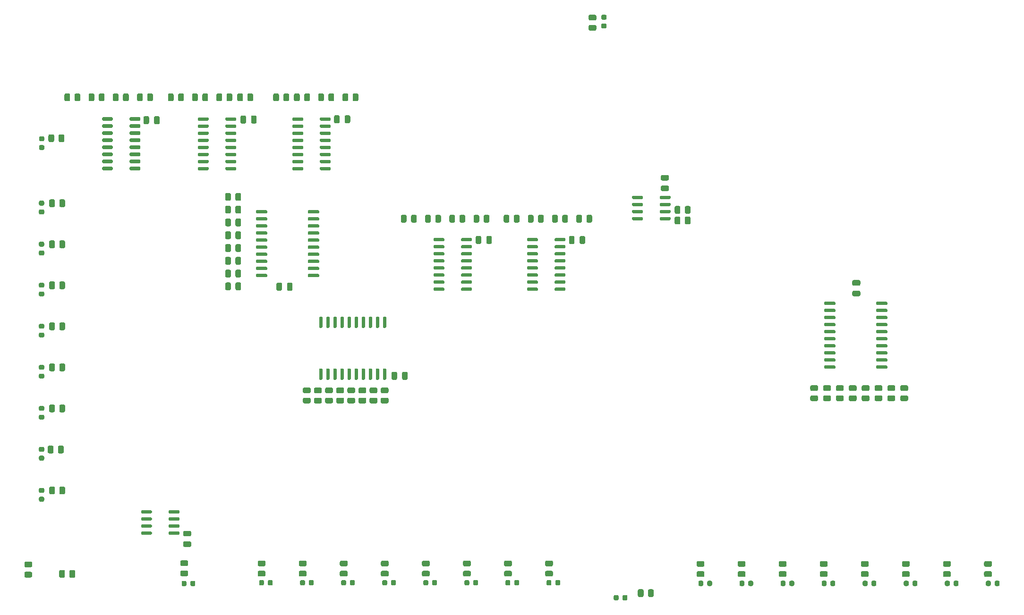
<source format=gbr>
%TF.GenerationSoftware,KiCad,Pcbnew,(5.1.9)-1*%
%TF.CreationDate,2021-05-01T22:48:59+01:00*%
%TF.ProjectId,Mirage,4d697261-6765-42e6-9b69-6361645f7063,rev?*%
%TF.SameCoordinates,Original*%
%TF.FileFunction,Paste,Top*%
%TF.FilePolarity,Positive*%
%FSLAX46Y46*%
G04 Gerber Fmt 4.6, Leading zero omitted, Abs format (unit mm)*
G04 Created by KiCad (PCBNEW (5.1.9)-1) date 2021-05-01 22:48:59*
%MOMM*%
%LPD*%
G01*
G04 APERTURE LIST*
G04 APERTURE END LIST*
%TO.C,C2*%
G36*
G01*
X188415000Y-63540000D02*
X187465000Y-63540000D01*
G75*
G02*
X187215000Y-63290000I0J250000D01*
G01*
X187215000Y-62790000D01*
G75*
G02*
X187465000Y-62540000I250000J0D01*
G01*
X188415000Y-62540000D01*
G75*
G02*
X188665000Y-62790000I0J-250000D01*
G01*
X188665000Y-63290000D01*
G75*
G02*
X188415000Y-63540000I-250000J0D01*
G01*
G37*
G36*
G01*
X188415000Y-65440000D02*
X187465000Y-65440000D01*
G75*
G02*
X187215000Y-65190000I0J250000D01*
G01*
X187215000Y-64690000D01*
G75*
G02*
X187465000Y-64440000I250000J0D01*
G01*
X188415000Y-64440000D01*
G75*
G02*
X188665000Y-64690000I0J-250000D01*
G01*
X188665000Y-65190000D01*
G75*
G02*
X188415000Y-65440000I-250000J0D01*
G01*
G37*
%TD*%
%TO.C,C17*%
G36*
G01*
X222735000Y-82400000D02*
X221785000Y-82400000D01*
G75*
G02*
X221535000Y-82150000I0J250000D01*
G01*
X221535000Y-81650000D01*
G75*
G02*
X221785000Y-81400000I250000J0D01*
G01*
X222735000Y-81400000D01*
G75*
G02*
X222985000Y-81650000I0J-250000D01*
G01*
X222985000Y-82150000D01*
G75*
G02*
X222735000Y-82400000I-250000J0D01*
G01*
G37*
G36*
G01*
X222735000Y-84300000D02*
X221785000Y-84300000D01*
G75*
G02*
X221535000Y-84050000I0J250000D01*
G01*
X221535000Y-83550000D01*
G75*
G02*
X221785000Y-83300000I250000J0D01*
G01*
X222735000Y-83300000D01*
G75*
G02*
X222985000Y-83550000I0J-250000D01*
G01*
X222985000Y-84050000D01*
G75*
G02*
X222735000Y-84300000I-250000J0D01*
G01*
G37*
%TD*%
%TO.C,C9*%
G36*
G01*
X140840000Y-99045000D02*
X140840000Y-98095000D01*
G75*
G02*
X141090000Y-97845000I250000J0D01*
G01*
X141590000Y-97845000D01*
G75*
G02*
X141840000Y-98095000I0J-250000D01*
G01*
X141840000Y-99045000D01*
G75*
G02*
X141590000Y-99295000I-250000J0D01*
G01*
X141090000Y-99295000D01*
G75*
G02*
X140840000Y-99045000I0J250000D01*
G01*
G37*
G36*
G01*
X138940000Y-99045000D02*
X138940000Y-98095000D01*
G75*
G02*
X139190000Y-97845000I250000J0D01*
G01*
X139690000Y-97845000D01*
G75*
G02*
X139940000Y-98095000I0J-250000D01*
G01*
X139940000Y-99045000D01*
G75*
G02*
X139690000Y-99295000I-250000J0D01*
G01*
X139190000Y-99295000D01*
G75*
G02*
X138940000Y-99045000I0J250000D01*
G01*
G37*
%TD*%
%TO.C,C8*%
G36*
G01*
X102785000Y-127360000D02*
X101835000Y-127360000D01*
G75*
G02*
X101585000Y-127110000I0J250000D01*
G01*
X101585000Y-126610000D01*
G75*
G02*
X101835000Y-126360000I250000J0D01*
G01*
X102785000Y-126360000D01*
G75*
G02*
X103035000Y-126610000I0J-250000D01*
G01*
X103035000Y-127110000D01*
G75*
G02*
X102785000Y-127360000I-250000J0D01*
G01*
G37*
G36*
G01*
X102785000Y-129260000D02*
X101835000Y-129260000D01*
G75*
G02*
X101585000Y-129010000I0J250000D01*
G01*
X101585000Y-128510000D01*
G75*
G02*
X101835000Y-128260000I250000J0D01*
G01*
X102785000Y-128260000D01*
G75*
G02*
X103035000Y-128510000I0J-250000D01*
G01*
X103035000Y-129010000D01*
G75*
G02*
X102785000Y-129260000I-250000J0D01*
G01*
G37*
%TD*%
%TO.C,C7*%
G36*
G01*
X171750000Y-73725000D02*
X171750000Y-74675000D01*
G75*
G02*
X171500000Y-74925000I-250000J0D01*
G01*
X171000000Y-74925000D01*
G75*
G02*
X170750000Y-74675000I0J250000D01*
G01*
X170750000Y-73725000D01*
G75*
G02*
X171000000Y-73475000I250000J0D01*
G01*
X171500000Y-73475000D01*
G75*
G02*
X171750000Y-73725000I0J-250000D01*
G01*
G37*
G36*
G01*
X173650000Y-73725000D02*
X173650000Y-74675000D01*
G75*
G02*
X173400000Y-74925000I-250000J0D01*
G01*
X172900000Y-74925000D01*
G75*
G02*
X172650000Y-74675000I0J250000D01*
G01*
X172650000Y-73725000D01*
G75*
G02*
X172900000Y-73475000I250000J0D01*
G01*
X173400000Y-73475000D01*
G75*
G02*
X173650000Y-73725000I0J-250000D01*
G01*
G37*
%TD*%
%TO.C,C6*%
G36*
G01*
X155030000Y-73715000D02*
X155030000Y-74665000D01*
G75*
G02*
X154780000Y-74915000I-250000J0D01*
G01*
X154280000Y-74915000D01*
G75*
G02*
X154030000Y-74665000I0J250000D01*
G01*
X154030000Y-73715000D01*
G75*
G02*
X154280000Y-73465000I250000J0D01*
G01*
X154780000Y-73465000D01*
G75*
G02*
X155030000Y-73715000I0J-250000D01*
G01*
G37*
G36*
G01*
X156930000Y-73715000D02*
X156930000Y-74665000D01*
G75*
G02*
X156680000Y-74915000I-250000J0D01*
G01*
X156180000Y-74915000D01*
G75*
G02*
X155930000Y-74665000I0J250000D01*
G01*
X155930000Y-73715000D01*
G75*
G02*
X156180000Y-73465000I250000J0D01*
G01*
X156680000Y-73465000D01*
G75*
G02*
X156930000Y-73715000I0J-250000D01*
G01*
G37*
%TD*%
%TO.C,C5*%
G36*
G01*
X129640000Y-52075000D02*
X129640000Y-53025000D01*
G75*
G02*
X129390000Y-53275000I-250000J0D01*
G01*
X128890000Y-53275000D01*
G75*
G02*
X128640000Y-53025000I0J250000D01*
G01*
X128640000Y-52075000D01*
G75*
G02*
X128890000Y-51825000I250000J0D01*
G01*
X129390000Y-51825000D01*
G75*
G02*
X129640000Y-52075000I0J-250000D01*
G01*
G37*
G36*
G01*
X131540000Y-52075000D02*
X131540000Y-53025000D01*
G75*
G02*
X131290000Y-53275000I-250000J0D01*
G01*
X130790000Y-53275000D01*
G75*
G02*
X130540000Y-53025000I0J250000D01*
G01*
X130540000Y-52075000D01*
G75*
G02*
X130790000Y-51825000I250000J0D01*
G01*
X131290000Y-51825000D01*
G75*
G02*
X131540000Y-52075000I0J-250000D01*
G01*
G37*
%TD*%
%TO.C,C4*%
G36*
G01*
X112860000Y-52115000D02*
X112860000Y-53065000D01*
G75*
G02*
X112610000Y-53315000I-250000J0D01*
G01*
X112110000Y-53315000D01*
G75*
G02*
X111860000Y-53065000I0J250000D01*
G01*
X111860000Y-52115000D01*
G75*
G02*
X112110000Y-51865000I250000J0D01*
G01*
X112610000Y-51865000D01*
G75*
G02*
X112860000Y-52115000I0J-250000D01*
G01*
G37*
G36*
G01*
X114760000Y-52115000D02*
X114760000Y-53065000D01*
G75*
G02*
X114510000Y-53315000I-250000J0D01*
G01*
X114010000Y-53315000D01*
G75*
G02*
X113760000Y-53065000I0J250000D01*
G01*
X113760000Y-52115000D01*
G75*
G02*
X114010000Y-51865000I250000J0D01*
G01*
X114510000Y-51865000D01*
G75*
G02*
X114760000Y-52115000I0J-250000D01*
G01*
G37*
%TD*%
%TO.C,C3*%
G36*
G01*
X95480000Y-52235000D02*
X95480000Y-53185000D01*
G75*
G02*
X95230000Y-53435000I-250000J0D01*
G01*
X94730000Y-53435000D01*
G75*
G02*
X94480000Y-53185000I0J250000D01*
G01*
X94480000Y-52235000D01*
G75*
G02*
X94730000Y-51985000I250000J0D01*
G01*
X95230000Y-51985000D01*
G75*
G02*
X95480000Y-52235000I0J-250000D01*
G01*
G37*
G36*
G01*
X97380000Y-52235000D02*
X97380000Y-53185000D01*
G75*
G02*
X97130000Y-53435000I-250000J0D01*
G01*
X96630000Y-53435000D01*
G75*
G02*
X96380000Y-53185000I0J250000D01*
G01*
X96380000Y-52235000D01*
G75*
G02*
X96630000Y-51985000I250000J0D01*
G01*
X97130000Y-51985000D01*
G75*
G02*
X97380000Y-52235000I0J-250000D01*
G01*
G37*
%TD*%
%TO.C,C1*%
G36*
G01*
X119310000Y-82105000D02*
X119310000Y-83055000D01*
G75*
G02*
X119060000Y-83305000I-250000J0D01*
G01*
X118560000Y-83305000D01*
G75*
G02*
X118310000Y-83055000I0J250000D01*
G01*
X118310000Y-82105000D01*
G75*
G02*
X118560000Y-81855000I250000J0D01*
G01*
X119060000Y-81855000D01*
G75*
G02*
X119310000Y-82105000I0J-250000D01*
G01*
G37*
G36*
G01*
X121210000Y-82105000D02*
X121210000Y-83055000D01*
G75*
G02*
X120960000Y-83305000I-250000J0D01*
G01*
X120460000Y-83305000D01*
G75*
G02*
X120210000Y-83055000I0J250000D01*
G01*
X120210000Y-82105000D01*
G75*
G02*
X120460000Y-81855000I250000J0D01*
G01*
X120960000Y-81855000D01*
G75*
G02*
X121210000Y-82105000I0J-250000D01*
G01*
G37*
%TD*%
%TO.C,R88*%
G36*
G01*
X190720000Y-68349998D02*
X190720000Y-69250002D01*
G75*
G02*
X190470002Y-69500000I-249998J0D01*
G01*
X189944998Y-69500000D01*
G75*
G02*
X189695000Y-69250002I0J249998D01*
G01*
X189695000Y-68349998D01*
G75*
G02*
X189944998Y-68100000I249998J0D01*
G01*
X190470002Y-68100000D01*
G75*
G02*
X190720000Y-68349998I0J-249998D01*
G01*
G37*
G36*
G01*
X192545000Y-68349998D02*
X192545000Y-69250002D01*
G75*
G02*
X192295002Y-69500000I-249998J0D01*
G01*
X191769998Y-69500000D01*
G75*
G02*
X191520000Y-69250002I0J249998D01*
G01*
X191520000Y-68349998D01*
G75*
G02*
X191769998Y-68100000I249998J0D01*
G01*
X192295002Y-68100000D01*
G75*
G02*
X192545000Y-68349998I0J-249998D01*
G01*
G37*
%TD*%
%TO.C,R75*%
G36*
G01*
X246309802Y-132820000D02*
X245409798Y-132820000D01*
G75*
G02*
X245159800Y-132570002I0J249998D01*
G01*
X245159800Y-132044998D01*
G75*
G02*
X245409798Y-131795000I249998J0D01*
G01*
X246309802Y-131795000D01*
G75*
G02*
X246559800Y-132044998I0J-249998D01*
G01*
X246559800Y-132570002D01*
G75*
G02*
X246309802Y-132820000I-249998J0D01*
G01*
G37*
G36*
G01*
X246309802Y-134645000D02*
X245409798Y-134645000D01*
G75*
G02*
X245159800Y-134395002I0J249998D01*
G01*
X245159800Y-133869998D01*
G75*
G02*
X245409798Y-133620000I249998J0D01*
G01*
X246309802Y-133620000D01*
G75*
G02*
X246559800Y-133869998I0J-249998D01*
G01*
X246559800Y-134395002D01*
G75*
G02*
X246309802Y-134645000I-249998J0D01*
G01*
G37*
%TD*%
%TO.C,R74*%
G36*
G01*
X238949086Y-132820000D02*
X238049082Y-132820000D01*
G75*
G02*
X237799084Y-132570002I0J249998D01*
G01*
X237799084Y-132044998D01*
G75*
G02*
X238049082Y-131795000I249998J0D01*
G01*
X238949086Y-131795000D01*
G75*
G02*
X239199084Y-132044998I0J-249998D01*
G01*
X239199084Y-132570002D01*
G75*
G02*
X238949086Y-132820000I-249998J0D01*
G01*
G37*
G36*
G01*
X238949086Y-134645000D02*
X238049082Y-134645000D01*
G75*
G02*
X237799084Y-134395002I0J249998D01*
G01*
X237799084Y-133869998D01*
G75*
G02*
X238049082Y-133620000I249998J0D01*
G01*
X238949086Y-133620000D01*
G75*
G02*
X239199084Y-133869998I0J-249998D01*
G01*
X239199084Y-134395002D01*
G75*
G02*
X238949086Y-134645000I-249998J0D01*
G01*
G37*
%TD*%
%TO.C,R73*%
G36*
G01*
X231588372Y-132820000D02*
X230688368Y-132820000D01*
G75*
G02*
X230438370Y-132570002I0J249998D01*
G01*
X230438370Y-132044998D01*
G75*
G02*
X230688368Y-131795000I249998J0D01*
G01*
X231588372Y-131795000D01*
G75*
G02*
X231838370Y-132044998I0J-249998D01*
G01*
X231838370Y-132570002D01*
G75*
G02*
X231588372Y-132820000I-249998J0D01*
G01*
G37*
G36*
G01*
X231588372Y-134645000D02*
X230688368Y-134645000D01*
G75*
G02*
X230438370Y-134395002I0J249998D01*
G01*
X230438370Y-133869998D01*
G75*
G02*
X230688368Y-133620000I249998J0D01*
G01*
X231588372Y-133620000D01*
G75*
G02*
X231838370Y-133869998I0J-249998D01*
G01*
X231838370Y-134395002D01*
G75*
G02*
X231588372Y-134645000I-249998J0D01*
G01*
G37*
%TD*%
%TO.C,R72*%
G36*
G01*
X224227658Y-132820000D02*
X223327654Y-132820000D01*
G75*
G02*
X223077656Y-132570002I0J249998D01*
G01*
X223077656Y-132044998D01*
G75*
G02*
X223327654Y-131795000I249998J0D01*
G01*
X224227658Y-131795000D01*
G75*
G02*
X224477656Y-132044998I0J-249998D01*
G01*
X224477656Y-132570002D01*
G75*
G02*
X224227658Y-132820000I-249998J0D01*
G01*
G37*
G36*
G01*
X224227658Y-134645000D02*
X223327654Y-134645000D01*
G75*
G02*
X223077656Y-134395002I0J249998D01*
G01*
X223077656Y-133869998D01*
G75*
G02*
X223327654Y-133620000I249998J0D01*
G01*
X224227658Y-133620000D01*
G75*
G02*
X224477656Y-133869998I0J-249998D01*
G01*
X224477656Y-134395002D01*
G75*
G02*
X224227658Y-134645000I-249998J0D01*
G01*
G37*
%TD*%
%TO.C,R71*%
G36*
G01*
X216866944Y-132820000D02*
X215966940Y-132820000D01*
G75*
G02*
X215716942Y-132570002I0J249998D01*
G01*
X215716942Y-132044998D01*
G75*
G02*
X215966940Y-131795000I249998J0D01*
G01*
X216866944Y-131795000D01*
G75*
G02*
X217116942Y-132044998I0J-249998D01*
G01*
X217116942Y-132570002D01*
G75*
G02*
X216866944Y-132820000I-249998J0D01*
G01*
G37*
G36*
G01*
X216866944Y-134645000D02*
X215966940Y-134645000D01*
G75*
G02*
X215716942Y-134395002I0J249998D01*
G01*
X215716942Y-133869998D01*
G75*
G02*
X215966940Y-133620000I249998J0D01*
G01*
X216866944Y-133620000D01*
G75*
G02*
X217116942Y-133869998I0J-249998D01*
G01*
X217116942Y-134395002D01*
G75*
G02*
X216866944Y-134645000I-249998J0D01*
G01*
G37*
%TD*%
%TO.C,R70*%
G36*
G01*
X209506230Y-132820000D02*
X208606226Y-132820000D01*
G75*
G02*
X208356228Y-132570002I0J249998D01*
G01*
X208356228Y-132044998D01*
G75*
G02*
X208606226Y-131795000I249998J0D01*
G01*
X209506230Y-131795000D01*
G75*
G02*
X209756228Y-132044998I0J-249998D01*
G01*
X209756228Y-132570002D01*
G75*
G02*
X209506230Y-132820000I-249998J0D01*
G01*
G37*
G36*
G01*
X209506230Y-134645000D02*
X208606226Y-134645000D01*
G75*
G02*
X208356228Y-134395002I0J249998D01*
G01*
X208356228Y-133869998D01*
G75*
G02*
X208606226Y-133620000I249998J0D01*
G01*
X209506230Y-133620000D01*
G75*
G02*
X209756228Y-133869998I0J-249998D01*
G01*
X209756228Y-134395002D01*
G75*
G02*
X209506230Y-134645000I-249998J0D01*
G01*
G37*
%TD*%
%TO.C,R69*%
G36*
G01*
X202145516Y-132820000D02*
X201245512Y-132820000D01*
G75*
G02*
X200995514Y-132570002I0J249998D01*
G01*
X200995514Y-132044998D01*
G75*
G02*
X201245512Y-131795000I249998J0D01*
G01*
X202145516Y-131795000D01*
G75*
G02*
X202395514Y-132044998I0J-249998D01*
G01*
X202395514Y-132570002D01*
G75*
G02*
X202145516Y-132820000I-249998J0D01*
G01*
G37*
G36*
G01*
X202145516Y-134645000D02*
X201245512Y-134645000D01*
G75*
G02*
X200995514Y-134395002I0J249998D01*
G01*
X200995514Y-133869998D01*
G75*
G02*
X201245512Y-133620000I249998J0D01*
G01*
X202145516Y-133620000D01*
G75*
G02*
X202395514Y-133869998I0J-249998D01*
G01*
X202395514Y-134395002D01*
G75*
G02*
X202145516Y-134645000I-249998J0D01*
G01*
G37*
%TD*%
%TO.C,R68*%
G36*
G01*
X194784802Y-132820000D02*
X193884798Y-132820000D01*
G75*
G02*
X193634800Y-132570002I0J249998D01*
G01*
X193634800Y-132044998D01*
G75*
G02*
X193884798Y-131795000I249998J0D01*
G01*
X194784802Y-131795000D01*
G75*
G02*
X195034800Y-132044998I0J-249998D01*
G01*
X195034800Y-132570002D01*
G75*
G02*
X194784802Y-132820000I-249998J0D01*
G01*
G37*
G36*
G01*
X194784802Y-134645000D02*
X193884798Y-134645000D01*
G75*
G02*
X193634800Y-134395002I0J249998D01*
G01*
X193634800Y-133869998D01*
G75*
G02*
X193884798Y-133620000I249998J0D01*
G01*
X194784802Y-133620000D01*
G75*
G02*
X195034800Y-133869998I0J-249998D01*
G01*
X195034800Y-134395002D01*
G75*
G02*
X194784802Y-134645000I-249998J0D01*
G01*
G37*
%TD*%
%TO.C,R67*%
G36*
G01*
X167629802Y-132740000D02*
X166729798Y-132740000D01*
G75*
G02*
X166479800Y-132490002I0J249998D01*
G01*
X166479800Y-131964998D01*
G75*
G02*
X166729798Y-131715000I249998J0D01*
G01*
X167629802Y-131715000D01*
G75*
G02*
X167879800Y-131964998I0J-249998D01*
G01*
X167879800Y-132490002D01*
G75*
G02*
X167629802Y-132740000I-249998J0D01*
G01*
G37*
G36*
G01*
X167629802Y-134565000D02*
X166729798Y-134565000D01*
G75*
G02*
X166479800Y-134315002I0J249998D01*
G01*
X166479800Y-133789998D01*
G75*
G02*
X166729798Y-133540000I249998J0D01*
G01*
X167629802Y-133540000D01*
G75*
G02*
X167879800Y-133789998I0J-249998D01*
G01*
X167879800Y-134315002D01*
G75*
G02*
X167629802Y-134565000I-249998J0D01*
G01*
G37*
%TD*%
%TO.C,R66*%
G36*
G01*
X160269086Y-132740000D02*
X159369082Y-132740000D01*
G75*
G02*
X159119084Y-132490002I0J249998D01*
G01*
X159119084Y-131964998D01*
G75*
G02*
X159369082Y-131715000I249998J0D01*
G01*
X160269086Y-131715000D01*
G75*
G02*
X160519084Y-131964998I0J-249998D01*
G01*
X160519084Y-132490002D01*
G75*
G02*
X160269086Y-132740000I-249998J0D01*
G01*
G37*
G36*
G01*
X160269086Y-134565000D02*
X159369082Y-134565000D01*
G75*
G02*
X159119084Y-134315002I0J249998D01*
G01*
X159119084Y-133789998D01*
G75*
G02*
X159369082Y-133540000I249998J0D01*
G01*
X160269086Y-133540000D01*
G75*
G02*
X160519084Y-133789998I0J-249998D01*
G01*
X160519084Y-134315002D01*
G75*
G02*
X160269086Y-134565000I-249998J0D01*
G01*
G37*
%TD*%
%TO.C,R65*%
G36*
G01*
X152908372Y-132740000D02*
X152008368Y-132740000D01*
G75*
G02*
X151758370Y-132490002I0J249998D01*
G01*
X151758370Y-131964998D01*
G75*
G02*
X152008368Y-131715000I249998J0D01*
G01*
X152908372Y-131715000D01*
G75*
G02*
X153158370Y-131964998I0J-249998D01*
G01*
X153158370Y-132490002D01*
G75*
G02*
X152908372Y-132740000I-249998J0D01*
G01*
G37*
G36*
G01*
X152908372Y-134565000D02*
X152008368Y-134565000D01*
G75*
G02*
X151758370Y-134315002I0J249998D01*
G01*
X151758370Y-133789998D01*
G75*
G02*
X152008368Y-133540000I249998J0D01*
G01*
X152908372Y-133540000D01*
G75*
G02*
X153158370Y-133789998I0J-249998D01*
G01*
X153158370Y-134315002D01*
G75*
G02*
X152908372Y-134565000I-249998J0D01*
G01*
G37*
%TD*%
%TO.C,R64*%
G36*
G01*
X145547658Y-132740000D02*
X144647654Y-132740000D01*
G75*
G02*
X144397656Y-132490002I0J249998D01*
G01*
X144397656Y-131964998D01*
G75*
G02*
X144647654Y-131715000I249998J0D01*
G01*
X145547658Y-131715000D01*
G75*
G02*
X145797656Y-131964998I0J-249998D01*
G01*
X145797656Y-132490002D01*
G75*
G02*
X145547658Y-132740000I-249998J0D01*
G01*
G37*
G36*
G01*
X145547658Y-134565000D02*
X144647654Y-134565000D01*
G75*
G02*
X144397656Y-134315002I0J249998D01*
G01*
X144397656Y-133789998D01*
G75*
G02*
X144647654Y-133540000I249998J0D01*
G01*
X145547658Y-133540000D01*
G75*
G02*
X145797656Y-133789998I0J-249998D01*
G01*
X145797656Y-134315002D01*
G75*
G02*
X145547658Y-134565000I-249998J0D01*
G01*
G37*
%TD*%
%TO.C,R63*%
G36*
G01*
X138186944Y-132740000D02*
X137286940Y-132740000D01*
G75*
G02*
X137036942Y-132490002I0J249998D01*
G01*
X137036942Y-131964998D01*
G75*
G02*
X137286940Y-131715000I249998J0D01*
G01*
X138186944Y-131715000D01*
G75*
G02*
X138436942Y-131964998I0J-249998D01*
G01*
X138436942Y-132490002D01*
G75*
G02*
X138186944Y-132740000I-249998J0D01*
G01*
G37*
G36*
G01*
X138186944Y-134565000D02*
X137286940Y-134565000D01*
G75*
G02*
X137036942Y-134315002I0J249998D01*
G01*
X137036942Y-133789998D01*
G75*
G02*
X137286940Y-133540000I249998J0D01*
G01*
X138186944Y-133540000D01*
G75*
G02*
X138436942Y-133789998I0J-249998D01*
G01*
X138436942Y-134315002D01*
G75*
G02*
X138186944Y-134565000I-249998J0D01*
G01*
G37*
%TD*%
%TO.C,R62*%
G36*
G01*
X130826230Y-132740000D02*
X129926226Y-132740000D01*
G75*
G02*
X129676228Y-132490002I0J249998D01*
G01*
X129676228Y-131964998D01*
G75*
G02*
X129926226Y-131715000I249998J0D01*
G01*
X130826230Y-131715000D01*
G75*
G02*
X131076228Y-131964998I0J-249998D01*
G01*
X131076228Y-132490002D01*
G75*
G02*
X130826230Y-132740000I-249998J0D01*
G01*
G37*
G36*
G01*
X130826230Y-134565000D02*
X129926226Y-134565000D01*
G75*
G02*
X129676228Y-134315002I0J249998D01*
G01*
X129676228Y-133789998D01*
G75*
G02*
X129926226Y-133540000I249998J0D01*
G01*
X130826230Y-133540000D01*
G75*
G02*
X131076228Y-133789998I0J-249998D01*
G01*
X131076228Y-134315002D01*
G75*
G02*
X130826230Y-134565000I-249998J0D01*
G01*
G37*
%TD*%
%TO.C,R61*%
G36*
G01*
X123465516Y-132740000D02*
X122565512Y-132740000D01*
G75*
G02*
X122315514Y-132490002I0J249998D01*
G01*
X122315514Y-131964998D01*
G75*
G02*
X122565512Y-131715000I249998J0D01*
G01*
X123465516Y-131715000D01*
G75*
G02*
X123715514Y-131964998I0J-249998D01*
G01*
X123715514Y-132490002D01*
G75*
G02*
X123465516Y-132740000I-249998J0D01*
G01*
G37*
G36*
G01*
X123465516Y-134565000D02*
X122565512Y-134565000D01*
G75*
G02*
X122315514Y-134315002I0J249998D01*
G01*
X122315514Y-133789998D01*
G75*
G02*
X122565512Y-133540000I249998J0D01*
G01*
X123465516Y-133540000D01*
G75*
G02*
X123715514Y-133789998I0J-249998D01*
G01*
X123715514Y-134315002D01*
G75*
G02*
X123465516Y-134565000I-249998J0D01*
G01*
G37*
%TD*%
%TO.C,R60*%
G36*
G01*
X116104802Y-132740000D02*
X115204798Y-132740000D01*
G75*
G02*
X114954800Y-132490002I0J249998D01*
G01*
X114954800Y-131964998D01*
G75*
G02*
X115204798Y-131715000I249998J0D01*
G01*
X116104802Y-131715000D01*
G75*
G02*
X116354800Y-131964998I0J-249998D01*
G01*
X116354800Y-132490002D01*
G75*
G02*
X116104802Y-132740000I-249998J0D01*
G01*
G37*
G36*
G01*
X116104802Y-134565000D02*
X115204798Y-134565000D01*
G75*
G02*
X114954800Y-134315002I0J249998D01*
G01*
X114954800Y-133789998D01*
G75*
G02*
X115204798Y-133540000I249998J0D01*
G01*
X116104802Y-133540000D01*
G75*
G02*
X116354800Y-133789998I0J-249998D01*
G01*
X116354800Y-134315002D01*
G75*
G02*
X116104802Y-134565000I-249998J0D01*
G01*
G37*
%TD*%
%TO.C,R59*%
G36*
G01*
X79399286Y-119585002D02*
X79399286Y-118684998D01*
G75*
G02*
X79649284Y-118435000I249998J0D01*
G01*
X80174288Y-118435000D01*
G75*
G02*
X80424286Y-118684998I0J-249998D01*
G01*
X80424286Y-119585002D01*
G75*
G02*
X80174288Y-119835000I-249998J0D01*
G01*
X79649284Y-119835000D01*
G75*
G02*
X79399286Y-119585002I0J249998D01*
G01*
G37*
G36*
G01*
X77574286Y-119585002D02*
X77574286Y-118684998D01*
G75*
G02*
X77824284Y-118435000I249998J0D01*
G01*
X78349288Y-118435000D01*
G75*
G02*
X78599286Y-118684998I0J-249998D01*
G01*
X78599286Y-119585002D01*
G75*
G02*
X78349288Y-119835000I-249998J0D01*
G01*
X77824284Y-119835000D01*
G75*
G02*
X77574286Y-119585002I0J249998D01*
G01*
G37*
%TD*%
%TO.C,R58*%
G36*
G01*
X79150000Y-112240002D02*
X79150000Y-111339998D01*
G75*
G02*
X79399998Y-111090000I249998J0D01*
G01*
X79925002Y-111090000D01*
G75*
G02*
X80175000Y-111339998I0J-249998D01*
G01*
X80175000Y-112240002D01*
G75*
G02*
X79925002Y-112490000I-249998J0D01*
G01*
X79399998Y-112490000D01*
G75*
G02*
X79150000Y-112240002I0J249998D01*
G01*
G37*
G36*
G01*
X77325000Y-112240002D02*
X77325000Y-111339998D01*
G75*
G02*
X77574998Y-111090000I249998J0D01*
G01*
X78100002Y-111090000D01*
G75*
G02*
X78350000Y-111339998I0J-249998D01*
G01*
X78350000Y-112240002D01*
G75*
G02*
X78100002Y-112490000I-249998J0D01*
G01*
X77574998Y-112490000D01*
G75*
G02*
X77325000Y-112240002I0J249998D01*
G01*
G37*
%TD*%
%TO.C,R57*%
G36*
G01*
X79399286Y-104863572D02*
X79399286Y-103963568D01*
G75*
G02*
X79649284Y-103713570I249998J0D01*
G01*
X80174288Y-103713570D01*
G75*
G02*
X80424286Y-103963568I0J-249998D01*
G01*
X80424286Y-104863572D01*
G75*
G02*
X80174288Y-105113570I-249998J0D01*
G01*
X79649284Y-105113570D01*
G75*
G02*
X79399286Y-104863572I0J249998D01*
G01*
G37*
G36*
G01*
X77574286Y-104863572D02*
X77574286Y-103963568D01*
G75*
G02*
X77824284Y-103713570I249998J0D01*
G01*
X78349288Y-103713570D01*
G75*
G02*
X78599286Y-103963568I0J-249998D01*
G01*
X78599286Y-104863572D01*
G75*
G02*
X78349288Y-105113570I-249998J0D01*
G01*
X77824284Y-105113570D01*
G75*
G02*
X77574286Y-104863572I0J249998D01*
G01*
G37*
%TD*%
%TO.C,R56*%
G36*
G01*
X79399286Y-97502858D02*
X79399286Y-96602854D01*
G75*
G02*
X79649284Y-96352856I249998J0D01*
G01*
X80174288Y-96352856D01*
G75*
G02*
X80424286Y-96602854I0J-249998D01*
G01*
X80424286Y-97502858D01*
G75*
G02*
X80174288Y-97752856I-249998J0D01*
G01*
X79649284Y-97752856D01*
G75*
G02*
X79399286Y-97502858I0J249998D01*
G01*
G37*
G36*
G01*
X77574286Y-97502858D02*
X77574286Y-96602854D01*
G75*
G02*
X77824284Y-96352856I249998J0D01*
G01*
X78349288Y-96352856D01*
G75*
G02*
X78599286Y-96602854I0J-249998D01*
G01*
X78599286Y-97502858D01*
G75*
G02*
X78349288Y-97752856I-249998J0D01*
G01*
X77824284Y-97752856D01*
G75*
G02*
X77574286Y-97502858I0J249998D01*
G01*
G37*
%TD*%
%TO.C,R55*%
G36*
G01*
X79399286Y-90142144D02*
X79399286Y-89242140D01*
G75*
G02*
X79649284Y-88992142I249998J0D01*
G01*
X80174288Y-88992142D01*
G75*
G02*
X80424286Y-89242140I0J-249998D01*
G01*
X80424286Y-90142144D01*
G75*
G02*
X80174288Y-90392142I-249998J0D01*
G01*
X79649284Y-90392142D01*
G75*
G02*
X79399286Y-90142144I0J249998D01*
G01*
G37*
G36*
G01*
X77574286Y-90142144D02*
X77574286Y-89242140D01*
G75*
G02*
X77824284Y-88992142I249998J0D01*
G01*
X78349288Y-88992142D01*
G75*
G02*
X78599286Y-89242140I0J-249998D01*
G01*
X78599286Y-90142144D01*
G75*
G02*
X78349288Y-90392142I-249998J0D01*
G01*
X77824284Y-90392142D01*
G75*
G02*
X77574286Y-90142144I0J249998D01*
G01*
G37*
%TD*%
%TO.C,R54*%
G36*
G01*
X79399286Y-82781430D02*
X79399286Y-81881426D01*
G75*
G02*
X79649284Y-81631428I249998J0D01*
G01*
X80174288Y-81631428D01*
G75*
G02*
X80424286Y-81881426I0J-249998D01*
G01*
X80424286Y-82781430D01*
G75*
G02*
X80174288Y-83031428I-249998J0D01*
G01*
X79649284Y-83031428D01*
G75*
G02*
X79399286Y-82781430I0J249998D01*
G01*
G37*
G36*
G01*
X77574286Y-82781430D02*
X77574286Y-81881426D01*
G75*
G02*
X77824284Y-81631428I249998J0D01*
G01*
X78349288Y-81631428D01*
G75*
G02*
X78599286Y-81881426I0J-249998D01*
G01*
X78599286Y-82781430D01*
G75*
G02*
X78349288Y-83031428I-249998J0D01*
G01*
X77824284Y-83031428D01*
G75*
G02*
X77574286Y-82781430I0J249998D01*
G01*
G37*
%TD*%
%TO.C,R53*%
G36*
G01*
X79399286Y-75420716D02*
X79399286Y-74520712D01*
G75*
G02*
X79649284Y-74270714I249998J0D01*
G01*
X80174288Y-74270714D01*
G75*
G02*
X80424286Y-74520712I0J-249998D01*
G01*
X80424286Y-75420716D01*
G75*
G02*
X80174288Y-75670714I-249998J0D01*
G01*
X79649284Y-75670714D01*
G75*
G02*
X79399286Y-75420716I0J249998D01*
G01*
G37*
G36*
G01*
X77574286Y-75420716D02*
X77574286Y-74520712D01*
G75*
G02*
X77824284Y-74270714I249998J0D01*
G01*
X78349288Y-74270714D01*
G75*
G02*
X78599286Y-74520712I0J-249998D01*
G01*
X78599286Y-75420716D01*
G75*
G02*
X78349288Y-75670714I-249998J0D01*
G01*
X77824284Y-75670714D01*
G75*
G02*
X77574286Y-75420716I0J249998D01*
G01*
G37*
%TD*%
%TO.C,R52*%
G36*
G01*
X79399286Y-68060002D02*
X79399286Y-67159998D01*
G75*
G02*
X79649284Y-66910000I249998J0D01*
G01*
X80174288Y-66910000D01*
G75*
G02*
X80424286Y-67159998I0J-249998D01*
G01*
X80424286Y-68060002D01*
G75*
G02*
X80174288Y-68310000I-249998J0D01*
G01*
X79649284Y-68310000D01*
G75*
G02*
X79399286Y-68060002I0J249998D01*
G01*
G37*
G36*
G01*
X77574286Y-68060002D02*
X77574286Y-67159998D01*
G75*
G02*
X77824284Y-66910000I249998J0D01*
G01*
X78349288Y-66910000D01*
G75*
G02*
X78599286Y-67159998I0J-249998D01*
G01*
X78599286Y-68060002D01*
G75*
G02*
X78349288Y-68310000I-249998J0D01*
G01*
X77824284Y-68310000D01*
G75*
G02*
X77574286Y-68060002I0J249998D01*
G01*
G37*
%TD*%
%TO.C,R51*%
G36*
G01*
X81200000Y-134550002D02*
X81200000Y-133649998D01*
G75*
G02*
X81449998Y-133400000I249998J0D01*
G01*
X81975002Y-133400000D01*
G75*
G02*
X82225000Y-133649998I0J-249998D01*
G01*
X82225000Y-134550002D01*
G75*
G02*
X81975002Y-134800000I-249998J0D01*
G01*
X81449998Y-134800000D01*
G75*
G02*
X81200000Y-134550002I0J249998D01*
G01*
G37*
G36*
G01*
X79375000Y-134550002D02*
X79375000Y-133649998D01*
G75*
G02*
X79624998Y-133400000I249998J0D01*
G01*
X80150002Y-133400000D01*
G75*
G02*
X80400000Y-133649998I0J-249998D01*
G01*
X80400000Y-134550002D01*
G75*
G02*
X80150002Y-134800000I-249998J0D01*
G01*
X79624998Y-134800000D01*
G75*
G02*
X79375000Y-134550002I0J249998D01*
G01*
G37*
%TD*%
%TO.C,R50*%
G36*
G01*
X73379998Y-133720000D02*
X74280002Y-133720000D01*
G75*
G02*
X74530000Y-133969998I0J-249998D01*
G01*
X74530000Y-134495002D01*
G75*
G02*
X74280002Y-134745000I-249998J0D01*
G01*
X73379998Y-134745000D01*
G75*
G02*
X73130000Y-134495002I0J249998D01*
G01*
X73130000Y-133969998D01*
G75*
G02*
X73379998Y-133720000I249998J0D01*
G01*
G37*
G36*
G01*
X73379998Y-131895000D02*
X74280002Y-131895000D01*
G75*
G02*
X74530000Y-132144998I0J-249998D01*
G01*
X74530000Y-132670002D01*
G75*
G02*
X74280002Y-132920000I-249998J0D01*
G01*
X73379998Y-132920000D01*
G75*
G02*
X73130000Y-132670002I0J249998D01*
G01*
X73130000Y-132144998D01*
G75*
G02*
X73379998Y-131895000I249998J0D01*
G01*
G37*
%TD*%
%TO.C,R49*%
G36*
G01*
X119558000Y-49060002D02*
X119558000Y-48159998D01*
G75*
G02*
X119807998Y-47910000I249998J0D01*
G01*
X120333002Y-47910000D01*
G75*
G02*
X120583000Y-48159998I0J-249998D01*
G01*
X120583000Y-49060002D01*
G75*
G02*
X120333002Y-49310000I-249998J0D01*
G01*
X119807998Y-49310000D01*
G75*
G02*
X119558000Y-49060002I0J249998D01*
G01*
G37*
G36*
G01*
X117733000Y-49060002D02*
X117733000Y-48159998D01*
G75*
G02*
X117982998Y-47910000I249998J0D01*
G01*
X118508002Y-47910000D01*
G75*
G02*
X118758000Y-48159998I0J-249998D01*
G01*
X118758000Y-49060002D01*
G75*
G02*
X118508002Y-49310000I-249998J0D01*
G01*
X117982998Y-49310000D01*
G75*
G02*
X117733000Y-49060002I0J249998D01*
G01*
G37*
%TD*%
%TO.C,R48*%
G36*
G01*
X131170000Y-48159998D02*
X131170000Y-49060002D01*
G75*
G02*
X130920002Y-49310000I-249998J0D01*
G01*
X130394998Y-49310000D01*
G75*
G02*
X130145000Y-49060002I0J249998D01*
G01*
X130145000Y-48159998D01*
G75*
G02*
X130394998Y-47910000I249998J0D01*
G01*
X130920002Y-47910000D01*
G75*
G02*
X131170000Y-48159998I0J-249998D01*
G01*
G37*
G36*
G01*
X132995000Y-48159998D02*
X132995000Y-49060002D01*
G75*
G02*
X132745002Y-49310000I-249998J0D01*
G01*
X132219998Y-49310000D01*
G75*
G02*
X131970000Y-49060002I0J249998D01*
G01*
X131970000Y-48159998D01*
G75*
G02*
X132219998Y-47910000I249998J0D01*
G01*
X132745002Y-47910000D01*
G75*
G02*
X132995000Y-48159998I0J-249998D01*
G01*
G37*
%TD*%
%TO.C,R47*%
G36*
G01*
X100685000Y-49060002D02*
X100685000Y-48159998D01*
G75*
G02*
X100934998Y-47910000I249998J0D01*
G01*
X101460002Y-47910000D01*
G75*
G02*
X101710000Y-48159998I0J-249998D01*
G01*
X101710000Y-49060002D01*
G75*
G02*
X101460002Y-49310000I-249998J0D01*
G01*
X100934998Y-49310000D01*
G75*
G02*
X100685000Y-49060002I0J249998D01*
G01*
G37*
G36*
G01*
X98860000Y-49060002D02*
X98860000Y-48159998D01*
G75*
G02*
X99109998Y-47910000I249998J0D01*
G01*
X99635002Y-47910000D01*
G75*
G02*
X99885000Y-48159998I0J-249998D01*
G01*
X99885000Y-49060002D01*
G75*
G02*
X99635002Y-49310000I-249998J0D01*
G01*
X99109998Y-49310000D01*
G75*
G02*
X98860000Y-49060002I0J249998D01*
G01*
G37*
%TD*%
%TO.C,R46*%
G36*
G01*
X112314000Y-48159998D02*
X112314000Y-49060002D01*
G75*
G02*
X112064002Y-49310000I-249998J0D01*
G01*
X111538998Y-49310000D01*
G75*
G02*
X111289000Y-49060002I0J249998D01*
G01*
X111289000Y-48159998D01*
G75*
G02*
X111538998Y-47910000I249998J0D01*
G01*
X112064002Y-47910000D01*
G75*
G02*
X112314000Y-48159998I0J-249998D01*
G01*
G37*
G36*
G01*
X114139000Y-48159998D02*
X114139000Y-49060002D01*
G75*
G02*
X113889002Y-49310000I-249998J0D01*
G01*
X113363998Y-49310000D01*
G75*
G02*
X113114000Y-49060002I0J249998D01*
G01*
X113114000Y-48159998D01*
G75*
G02*
X113363998Y-47910000I249998J0D01*
G01*
X113889002Y-47910000D01*
G75*
G02*
X114139000Y-48159998I0J-249998D01*
G01*
G37*
%TD*%
%TO.C,R45*%
G36*
G01*
X126828332Y-48159998D02*
X126828332Y-49060002D01*
G75*
G02*
X126578334Y-49310000I-249998J0D01*
G01*
X126053330Y-49310000D01*
G75*
G02*
X125803332Y-49060002I0J249998D01*
G01*
X125803332Y-48159998D01*
G75*
G02*
X126053330Y-47910000I249998J0D01*
G01*
X126578334Y-47910000D01*
G75*
G02*
X126828332Y-48159998I0J-249998D01*
G01*
G37*
G36*
G01*
X128653332Y-48159998D02*
X128653332Y-49060002D01*
G75*
G02*
X128403334Y-49310000I-249998J0D01*
G01*
X127878330Y-49310000D01*
G75*
G02*
X127628332Y-49060002I0J249998D01*
G01*
X127628332Y-48159998D01*
G75*
G02*
X127878330Y-47910000I249998J0D01*
G01*
X128403334Y-47910000D01*
G75*
G02*
X128653332Y-48159998I0J-249998D01*
G01*
G37*
%TD*%
%TO.C,R44*%
G36*
G01*
X122486666Y-48159998D02*
X122486666Y-49060002D01*
G75*
G02*
X122236668Y-49310000I-249998J0D01*
G01*
X121711664Y-49310000D01*
G75*
G02*
X121461666Y-49060002I0J249998D01*
G01*
X121461666Y-48159998D01*
G75*
G02*
X121711664Y-47910000I249998J0D01*
G01*
X122236668Y-47910000D01*
G75*
G02*
X122486666Y-48159998I0J-249998D01*
G01*
G37*
G36*
G01*
X124311666Y-48159998D02*
X124311666Y-49060002D01*
G75*
G02*
X124061668Y-49310000I-249998J0D01*
G01*
X123536664Y-49310000D01*
G75*
G02*
X123286666Y-49060002I0J249998D01*
G01*
X123286666Y-48159998D01*
G75*
G02*
X123536664Y-47910000I249998J0D01*
G01*
X124061668Y-47910000D01*
G75*
G02*
X124311666Y-48159998I0J-249998D01*
G01*
G37*
%TD*%
%TO.C,R43*%
G36*
G01*
X108568332Y-48159998D02*
X108568332Y-49060002D01*
G75*
G02*
X108318334Y-49310000I-249998J0D01*
G01*
X107793330Y-49310000D01*
G75*
G02*
X107543332Y-49060002I0J249998D01*
G01*
X107543332Y-48159998D01*
G75*
G02*
X107793330Y-47910000I249998J0D01*
G01*
X108318334Y-47910000D01*
G75*
G02*
X108568332Y-48159998I0J-249998D01*
G01*
G37*
G36*
G01*
X110393332Y-48159998D02*
X110393332Y-49060002D01*
G75*
G02*
X110143334Y-49310000I-249998J0D01*
G01*
X109618330Y-49310000D01*
G75*
G02*
X109368332Y-49060002I0J249998D01*
G01*
X109368332Y-48159998D01*
G75*
G02*
X109618330Y-47910000I249998J0D01*
G01*
X110143334Y-47910000D01*
G75*
G02*
X110393332Y-48159998I0J-249998D01*
G01*
G37*
%TD*%
%TO.C,R42*%
G36*
G01*
X104226666Y-48159998D02*
X104226666Y-49060002D01*
G75*
G02*
X103976668Y-49310000I-249998J0D01*
G01*
X103451664Y-49310000D01*
G75*
G02*
X103201666Y-49060002I0J249998D01*
G01*
X103201666Y-48159998D01*
G75*
G02*
X103451664Y-47910000I249998J0D01*
G01*
X103976668Y-47910000D01*
G75*
G02*
X104226666Y-48159998I0J-249998D01*
G01*
G37*
G36*
G01*
X106051666Y-48159998D02*
X106051666Y-49060002D01*
G75*
G02*
X105801668Y-49310000I-249998J0D01*
G01*
X105276664Y-49310000D01*
G75*
G02*
X105026666Y-49060002I0J249998D01*
G01*
X105026666Y-48159998D01*
G75*
G02*
X105276664Y-47910000I249998J0D01*
G01*
X105801668Y-47910000D01*
G75*
G02*
X106051666Y-48159998I0J-249998D01*
G01*
G37*
%TD*%
%TO.C,R41*%
G36*
G01*
X82130000Y-49060002D02*
X82130000Y-48159998D01*
G75*
G02*
X82379998Y-47910000I249998J0D01*
G01*
X82905002Y-47910000D01*
G75*
G02*
X83155000Y-48159998I0J-249998D01*
G01*
X83155000Y-49060002D01*
G75*
G02*
X82905002Y-49310000I-249998J0D01*
G01*
X82379998Y-49310000D01*
G75*
G02*
X82130000Y-49060002I0J249998D01*
G01*
G37*
G36*
G01*
X80305000Y-49060002D02*
X80305000Y-48159998D01*
G75*
G02*
X80554998Y-47910000I249998J0D01*
G01*
X81080002Y-47910000D01*
G75*
G02*
X81330000Y-48159998I0J-249998D01*
G01*
X81330000Y-49060002D01*
G75*
G02*
X81080002Y-49310000I-249998J0D01*
G01*
X80554998Y-49310000D01*
G75*
G02*
X80305000Y-49060002I0J249998D01*
G01*
G37*
%TD*%
%TO.C,R40*%
G36*
G01*
X94355000Y-48159998D02*
X94355000Y-49060002D01*
G75*
G02*
X94105002Y-49310000I-249998J0D01*
G01*
X93579998Y-49310000D01*
G75*
G02*
X93330000Y-49060002I0J249998D01*
G01*
X93330000Y-48159998D01*
G75*
G02*
X93579998Y-47910000I249998J0D01*
G01*
X94105002Y-47910000D01*
G75*
G02*
X94355000Y-48159998I0J-249998D01*
G01*
G37*
G36*
G01*
X96180000Y-48159998D02*
X96180000Y-49060002D01*
G75*
G02*
X95930002Y-49310000I-249998J0D01*
G01*
X95404998Y-49310000D01*
G75*
G02*
X95155000Y-49060002I0J249998D01*
G01*
X95155000Y-48159998D01*
G75*
G02*
X95404998Y-47910000I249998J0D01*
G01*
X95930002Y-47910000D01*
G75*
G02*
X96180000Y-48159998I0J-249998D01*
G01*
G37*
%TD*%
%TO.C,R39*%
G36*
G01*
X160860000Y-70840002D02*
X160860000Y-69939998D01*
G75*
G02*
X161109998Y-69690000I249998J0D01*
G01*
X161635002Y-69690000D01*
G75*
G02*
X161885000Y-69939998I0J-249998D01*
G01*
X161885000Y-70840002D01*
G75*
G02*
X161635002Y-71090000I-249998J0D01*
G01*
X161109998Y-71090000D01*
G75*
G02*
X160860000Y-70840002I0J249998D01*
G01*
G37*
G36*
G01*
X159035000Y-70840002D02*
X159035000Y-69939998D01*
G75*
G02*
X159284998Y-69690000I249998J0D01*
G01*
X159810002Y-69690000D01*
G75*
G02*
X160060000Y-69939998I0J-249998D01*
G01*
X160060000Y-70840002D01*
G75*
G02*
X159810002Y-71090000I-249998J0D01*
G01*
X159284998Y-71090000D01*
G75*
G02*
X159035000Y-70840002I0J249998D01*
G01*
G37*
%TD*%
%TO.C,R38*%
G36*
G01*
X173085000Y-69939998D02*
X173085000Y-70840002D01*
G75*
G02*
X172835002Y-71090000I-249998J0D01*
G01*
X172309998Y-71090000D01*
G75*
G02*
X172060000Y-70840002I0J249998D01*
G01*
X172060000Y-69939998D01*
G75*
G02*
X172309998Y-69690000I249998J0D01*
G01*
X172835002Y-69690000D01*
G75*
G02*
X173085000Y-69939998I0J-249998D01*
G01*
G37*
G36*
G01*
X174910000Y-69939998D02*
X174910000Y-70840002D01*
G75*
G02*
X174660002Y-71090000I-249998J0D01*
G01*
X174134998Y-71090000D01*
G75*
G02*
X173885000Y-70840002I0J249998D01*
G01*
X173885000Y-69939998D01*
G75*
G02*
X174134998Y-69690000I249998J0D01*
G01*
X174660002Y-69690000D01*
G75*
G02*
X174910000Y-69939998I0J-249998D01*
G01*
G37*
%TD*%
%TO.C,R37*%
G36*
G01*
X142440000Y-70840002D02*
X142440000Y-69939998D01*
G75*
G02*
X142689998Y-69690000I249998J0D01*
G01*
X143215002Y-69690000D01*
G75*
G02*
X143465000Y-69939998I0J-249998D01*
G01*
X143465000Y-70840002D01*
G75*
G02*
X143215002Y-71090000I-249998J0D01*
G01*
X142689998Y-71090000D01*
G75*
G02*
X142440000Y-70840002I0J249998D01*
G01*
G37*
G36*
G01*
X140615000Y-70840002D02*
X140615000Y-69939998D01*
G75*
G02*
X140864998Y-69690000I249998J0D01*
G01*
X141390002Y-69690000D01*
G75*
G02*
X141640000Y-69939998I0J-249998D01*
G01*
X141640000Y-70840002D01*
G75*
G02*
X141390002Y-71090000I-249998J0D01*
G01*
X140864998Y-71090000D01*
G75*
G02*
X140615000Y-70840002I0J249998D01*
G01*
G37*
%TD*%
%TO.C,R36*%
G36*
G01*
X154665000Y-69939998D02*
X154665000Y-70840002D01*
G75*
G02*
X154415002Y-71090000I-249998J0D01*
G01*
X153889998Y-71090000D01*
G75*
G02*
X153640000Y-70840002I0J249998D01*
G01*
X153640000Y-69939998D01*
G75*
G02*
X153889998Y-69690000I249998J0D01*
G01*
X154415002Y-69690000D01*
G75*
G02*
X154665000Y-69939998I0J-249998D01*
G01*
G37*
G36*
G01*
X156490000Y-69939998D02*
X156490000Y-70840002D01*
G75*
G02*
X156240002Y-71090000I-249998J0D01*
G01*
X155714998Y-71090000D01*
G75*
G02*
X155465000Y-70840002I0J249998D01*
G01*
X155465000Y-69939998D01*
G75*
G02*
X155714998Y-69690000I249998J0D01*
G01*
X156240002Y-69690000D01*
G75*
G02*
X156490000Y-69939998I0J-249998D01*
G01*
G37*
%TD*%
%TO.C,R35*%
G36*
G01*
X90013332Y-48159998D02*
X90013332Y-49060002D01*
G75*
G02*
X89763334Y-49310000I-249998J0D01*
G01*
X89238330Y-49310000D01*
G75*
G02*
X88988332Y-49060002I0J249998D01*
G01*
X88988332Y-48159998D01*
G75*
G02*
X89238330Y-47910000I249998J0D01*
G01*
X89763334Y-47910000D01*
G75*
G02*
X90013332Y-48159998I0J-249998D01*
G01*
G37*
G36*
G01*
X91838332Y-48159998D02*
X91838332Y-49060002D01*
G75*
G02*
X91588334Y-49310000I-249998J0D01*
G01*
X91063330Y-49310000D01*
G75*
G02*
X90813332Y-49060002I0J249998D01*
G01*
X90813332Y-48159998D01*
G75*
G02*
X91063330Y-47910000I249998J0D01*
G01*
X91588334Y-47910000D01*
G75*
G02*
X91838332Y-48159998I0J-249998D01*
G01*
G37*
%TD*%
%TO.C,R34*%
G36*
G01*
X85671666Y-48159998D02*
X85671666Y-49060002D01*
G75*
G02*
X85421668Y-49310000I-249998J0D01*
G01*
X84896664Y-49310000D01*
G75*
G02*
X84646666Y-49060002I0J249998D01*
G01*
X84646666Y-48159998D01*
G75*
G02*
X84896664Y-47910000I249998J0D01*
G01*
X85421668Y-47910000D01*
G75*
G02*
X85671666Y-48159998I0J-249998D01*
G01*
G37*
G36*
G01*
X87496666Y-48159998D02*
X87496666Y-49060002D01*
G75*
G02*
X87246668Y-49310000I-249998J0D01*
G01*
X86721664Y-49310000D01*
G75*
G02*
X86471666Y-49060002I0J249998D01*
G01*
X86471666Y-48159998D01*
G75*
G02*
X86721664Y-47910000I249998J0D01*
G01*
X87246668Y-47910000D01*
G75*
G02*
X87496666Y-48159998I0J-249998D01*
G01*
G37*
%TD*%
%TO.C,R33*%
G36*
G01*
X168743332Y-69939998D02*
X168743332Y-70840002D01*
G75*
G02*
X168493334Y-71090000I-249998J0D01*
G01*
X167968330Y-71090000D01*
G75*
G02*
X167718332Y-70840002I0J249998D01*
G01*
X167718332Y-69939998D01*
G75*
G02*
X167968330Y-69690000I249998J0D01*
G01*
X168493334Y-69690000D01*
G75*
G02*
X168743332Y-69939998I0J-249998D01*
G01*
G37*
G36*
G01*
X170568332Y-69939998D02*
X170568332Y-70840002D01*
G75*
G02*
X170318334Y-71090000I-249998J0D01*
G01*
X169793330Y-71090000D01*
G75*
G02*
X169543332Y-70840002I0J249998D01*
G01*
X169543332Y-69939998D01*
G75*
G02*
X169793330Y-69690000I249998J0D01*
G01*
X170318334Y-69690000D01*
G75*
G02*
X170568332Y-69939998I0J-249998D01*
G01*
G37*
%TD*%
%TO.C,R32*%
G36*
G01*
X164401666Y-69939998D02*
X164401666Y-70840002D01*
G75*
G02*
X164151668Y-71090000I-249998J0D01*
G01*
X163626664Y-71090000D01*
G75*
G02*
X163376666Y-70840002I0J249998D01*
G01*
X163376666Y-69939998D01*
G75*
G02*
X163626664Y-69690000I249998J0D01*
G01*
X164151668Y-69690000D01*
G75*
G02*
X164401666Y-69939998I0J-249998D01*
G01*
G37*
G36*
G01*
X166226666Y-69939998D02*
X166226666Y-70840002D01*
G75*
G02*
X165976668Y-71090000I-249998J0D01*
G01*
X165451664Y-71090000D01*
G75*
G02*
X165201666Y-70840002I0J249998D01*
G01*
X165201666Y-69939998D01*
G75*
G02*
X165451664Y-69690000I249998J0D01*
G01*
X165976668Y-69690000D01*
G75*
G02*
X166226666Y-69939998I0J-249998D01*
G01*
G37*
%TD*%
%TO.C,R31*%
G36*
G01*
X150323332Y-69939998D02*
X150323332Y-70840002D01*
G75*
G02*
X150073334Y-71090000I-249998J0D01*
G01*
X149548330Y-71090000D01*
G75*
G02*
X149298332Y-70840002I0J249998D01*
G01*
X149298332Y-69939998D01*
G75*
G02*
X149548330Y-69690000I249998J0D01*
G01*
X150073334Y-69690000D01*
G75*
G02*
X150323332Y-69939998I0J-249998D01*
G01*
G37*
G36*
G01*
X152148332Y-69939998D02*
X152148332Y-70840002D01*
G75*
G02*
X151898334Y-71090000I-249998J0D01*
G01*
X151373330Y-71090000D01*
G75*
G02*
X151123332Y-70840002I0J249998D01*
G01*
X151123332Y-69939998D01*
G75*
G02*
X151373330Y-69690000I249998J0D01*
G01*
X151898334Y-69690000D01*
G75*
G02*
X152148332Y-69939998I0J-249998D01*
G01*
G37*
%TD*%
%TO.C,R30*%
G36*
G01*
X145981666Y-69939998D02*
X145981666Y-70840002D01*
G75*
G02*
X145731668Y-71090000I-249998J0D01*
G01*
X145206664Y-71090000D01*
G75*
G02*
X144956666Y-70840002I0J249998D01*
G01*
X144956666Y-69939998D01*
G75*
G02*
X145206664Y-69690000I249998J0D01*
G01*
X145731668Y-69690000D01*
G75*
G02*
X145981666Y-69939998I0J-249998D01*
G01*
G37*
G36*
G01*
X147806666Y-69939998D02*
X147806666Y-70840002D01*
G75*
G02*
X147556668Y-71090000I-249998J0D01*
G01*
X147031664Y-71090000D01*
G75*
G02*
X146781666Y-70840002I0J249998D01*
G01*
X146781666Y-69939998D01*
G75*
G02*
X147031664Y-69690000I249998J0D01*
G01*
X147556668Y-69690000D01*
G75*
G02*
X147806666Y-69939998I0J-249998D01*
G01*
G37*
%TD*%
%TO.C,R29*%
G36*
G01*
X190720000Y-70249998D02*
X190720000Y-71150002D01*
G75*
G02*
X190470002Y-71400000I-249998J0D01*
G01*
X189944998Y-71400000D01*
G75*
G02*
X189695000Y-71150002I0J249998D01*
G01*
X189695000Y-70249998D01*
G75*
G02*
X189944998Y-70000000I249998J0D01*
G01*
X190470002Y-70000000D01*
G75*
G02*
X190720000Y-70249998I0J-249998D01*
G01*
G37*
G36*
G01*
X192545000Y-70249998D02*
X192545000Y-71150002D01*
G75*
G02*
X192295002Y-71400000I-249998J0D01*
G01*
X191769998Y-71400000D01*
G75*
G02*
X191520000Y-71150002I0J249998D01*
G01*
X191520000Y-70249998D01*
G75*
G02*
X191769998Y-70000000I249998J0D01*
G01*
X192295002Y-70000000D01*
G75*
G02*
X192545000Y-70249998I0J-249998D01*
G01*
G37*
%TD*%
%TO.C,R28*%
G36*
G01*
X175410002Y-34820000D02*
X174509998Y-34820000D01*
G75*
G02*
X174260000Y-34570002I0J249998D01*
G01*
X174260000Y-34044998D01*
G75*
G02*
X174509998Y-33795000I249998J0D01*
G01*
X175410002Y-33795000D01*
G75*
G02*
X175660000Y-34044998I0J-249998D01*
G01*
X175660000Y-34570002D01*
G75*
G02*
X175410002Y-34820000I-249998J0D01*
G01*
G37*
G36*
G01*
X175410002Y-36645000D02*
X174509998Y-36645000D01*
G75*
G02*
X174260000Y-36395002I0J249998D01*
G01*
X174260000Y-35869998D01*
G75*
G02*
X174509998Y-35620000I249998J0D01*
G01*
X175410002Y-35620000D01*
G75*
G02*
X175660000Y-35869998I0J-249998D01*
G01*
X175660000Y-36395002D01*
G75*
G02*
X175410002Y-36645000I-249998J0D01*
G01*
G37*
%TD*%
%TO.C,R27*%
G36*
G01*
X184120000Y-137099998D02*
X184120000Y-138000002D01*
G75*
G02*
X183870002Y-138250000I-249998J0D01*
G01*
X183344998Y-138250000D01*
G75*
G02*
X183095000Y-138000002I0J249998D01*
G01*
X183095000Y-137099998D01*
G75*
G02*
X183344998Y-136850000I249998J0D01*
G01*
X183870002Y-136850000D01*
G75*
G02*
X184120000Y-137099998I0J-249998D01*
G01*
G37*
G36*
G01*
X185945000Y-137099998D02*
X185945000Y-138000002D01*
G75*
G02*
X185695002Y-138250000I-249998J0D01*
G01*
X185169998Y-138250000D01*
G75*
G02*
X184920000Y-138000002I0J249998D01*
G01*
X184920000Y-137099998D01*
G75*
G02*
X185169998Y-136850000I249998J0D01*
G01*
X185695002Y-136850000D01*
G75*
G02*
X185945000Y-137099998I0J-249998D01*
G01*
G37*
%TD*%
%TO.C,R26*%
G36*
G01*
X101329998Y-133487500D02*
X102230002Y-133487500D01*
G75*
G02*
X102480000Y-133737498I0J-249998D01*
G01*
X102480000Y-134262502D01*
G75*
G02*
X102230002Y-134512500I-249998J0D01*
G01*
X101329998Y-134512500D01*
G75*
G02*
X101080000Y-134262502I0J249998D01*
G01*
X101080000Y-133737498D01*
G75*
G02*
X101329998Y-133487500I249998J0D01*
G01*
G37*
G36*
G01*
X101329998Y-131662500D02*
X102230002Y-131662500D01*
G75*
G02*
X102480000Y-131912498I0J-249998D01*
G01*
X102480000Y-132437502D01*
G75*
G02*
X102230002Y-132687500I-249998J0D01*
G01*
X101329998Y-132687500D01*
G75*
G02*
X101080000Y-132437502I0J249998D01*
G01*
X101080000Y-131912498D01*
G75*
G02*
X101329998Y-131662500I249998J0D01*
G01*
G37*
%TD*%
%TO.C,R25*%
G36*
G01*
X79260000Y-56400002D02*
X79260000Y-55499998D01*
G75*
G02*
X79509998Y-55250000I249998J0D01*
G01*
X80035002Y-55250000D01*
G75*
G02*
X80285000Y-55499998I0J-249998D01*
G01*
X80285000Y-56400002D01*
G75*
G02*
X80035002Y-56650000I-249998J0D01*
G01*
X79509998Y-56650000D01*
G75*
G02*
X79260000Y-56400002I0J249998D01*
G01*
G37*
G36*
G01*
X77435000Y-56400002D02*
X77435000Y-55499998D01*
G75*
G02*
X77684998Y-55250000I249998J0D01*
G01*
X78210002Y-55250000D01*
G75*
G02*
X78460000Y-55499998I0J-249998D01*
G01*
X78460000Y-56400002D01*
G75*
G02*
X78210002Y-56650000I-249998J0D01*
G01*
X77684998Y-56650000D01*
G75*
G02*
X77435000Y-56400002I0J249998D01*
G01*
G37*
%TD*%
%TO.C,R24*%
G36*
G01*
X231290002Y-101280000D02*
X230389998Y-101280000D01*
G75*
G02*
X230140000Y-101030002I0J249998D01*
G01*
X230140000Y-100504998D01*
G75*
G02*
X230389998Y-100255000I249998J0D01*
G01*
X231290002Y-100255000D01*
G75*
G02*
X231540000Y-100504998I0J-249998D01*
G01*
X231540000Y-101030002D01*
G75*
G02*
X231290002Y-101280000I-249998J0D01*
G01*
G37*
G36*
G01*
X231290002Y-103105000D02*
X230389998Y-103105000D01*
G75*
G02*
X230140000Y-102855002I0J249998D01*
G01*
X230140000Y-102329998D01*
G75*
G02*
X230389998Y-102080000I249998J0D01*
G01*
X231290002Y-102080000D01*
G75*
G02*
X231540000Y-102329998I0J-249998D01*
G01*
X231540000Y-102855002D01*
G75*
G02*
X231290002Y-103105000I-249998J0D01*
G01*
G37*
%TD*%
%TO.C,R23*%
G36*
G01*
X228984287Y-101280000D02*
X228084283Y-101280000D01*
G75*
G02*
X227834285Y-101030002I0J249998D01*
G01*
X227834285Y-100504998D01*
G75*
G02*
X228084283Y-100255000I249998J0D01*
G01*
X228984287Y-100255000D01*
G75*
G02*
X229234285Y-100504998I0J-249998D01*
G01*
X229234285Y-101030002D01*
G75*
G02*
X228984287Y-101280000I-249998J0D01*
G01*
G37*
G36*
G01*
X228984287Y-103105000D02*
X228084283Y-103105000D01*
G75*
G02*
X227834285Y-102855002I0J249998D01*
G01*
X227834285Y-102329998D01*
G75*
G02*
X228084283Y-102080000I249998J0D01*
G01*
X228984287Y-102080000D01*
G75*
G02*
X229234285Y-102329998I0J-249998D01*
G01*
X229234285Y-102855002D01*
G75*
G02*
X228984287Y-103105000I-249998J0D01*
G01*
G37*
%TD*%
%TO.C,R22*%
G36*
G01*
X226678572Y-101280000D02*
X225778568Y-101280000D01*
G75*
G02*
X225528570Y-101030002I0J249998D01*
G01*
X225528570Y-100504998D01*
G75*
G02*
X225778568Y-100255000I249998J0D01*
G01*
X226678572Y-100255000D01*
G75*
G02*
X226928570Y-100504998I0J-249998D01*
G01*
X226928570Y-101030002D01*
G75*
G02*
X226678572Y-101280000I-249998J0D01*
G01*
G37*
G36*
G01*
X226678572Y-103105000D02*
X225778568Y-103105000D01*
G75*
G02*
X225528570Y-102855002I0J249998D01*
G01*
X225528570Y-102329998D01*
G75*
G02*
X225778568Y-102080000I249998J0D01*
G01*
X226678572Y-102080000D01*
G75*
G02*
X226928570Y-102329998I0J-249998D01*
G01*
X226928570Y-102855002D01*
G75*
G02*
X226678572Y-103105000I-249998J0D01*
G01*
G37*
%TD*%
%TO.C,R21*%
G36*
G01*
X224372858Y-101280000D02*
X223472854Y-101280000D01*
G75*
G02*
X223222856Y-101030002I0J249998D01*
G01*
X223222856Y-100504998D01*
G75*
G02*
X223472854Y-100255000I249998J0D01*
G01*
X224372858Y-100255000D01*
G75*
G02*
X224622856Y-100504998I0J-249998D01*
G01*
X224622856Y-101030002D01*
G75*
G02*
X224372858Y-101280000I-249998J0D01*
G01*
G37*
G36*
G01*
X224372858Y-103105000D02*
X223472854Y-103105000D01*
G75*
G02*
X223222856Y-102855002I0J249998D01*
G01*
X223222856Y-102329998D01*
G75*
G02*
X223472854Y-102080000I249998J0D01*
G01*
X224372858Y-102080000D01*
G75*
G02*
X224622856Y-102329998I0J-249998D01*
G01*
X224622856Y-102855002D01*
G75*
G02*
X224372858Y-103105000I-249998J0D01*
G01*
G37*
%TD*%
%TO.C,R20*%
G36*
G01*
X222067144Y-101280000D02*
X221167140Y-101280000D01*
G75*
G02*
X220917142Y-101030002I0J249998D01*
G01*
X220917142Y-100504998D01*
G75*
G02*
X221167140Y-100255000I249998J0D01*
G01*
X222067144Y-100255000D01*
G75*
G02*
X222317142Y-100504998I0J-249998D01*
G01*
X222317142Y-101030002D01*
G75*
G02*
X222067144Y-101280000I-249998J0D01*
G01*
G37*
G36*
G01*
X222067144Y-103105000D02*
X221167140Y-103105000D01*
G75*
G02*
X220917142Y-102855002I0J249998D01*
G01*
X220917142Y-102329998D01*
G75*
G02*
X221167140Y-102080000I249998J0D01*
G01*
X222067144Y-102080000D01*
G75*
G02*
X222317142Y-102329998I0J-249998D01*
G01*
X222317142Y-102855002D01*
G75*
G02*
X222067144Y-103105000I-249998J0D01*
G01*
G37*
%TD*%
%TO.C,R19*%
G36*
G01*
X219761430Y-101280000D02*
X218861426Y-101280000D01*
G75*
G02*
X218611428Y-101030002I0J249998D01*
G01*
X218611428Y-100504998D01*
G75*
G02*
X218861426Y-100255000I249998J0D01*
G01*
X219761430Y-100255000D01*
G75*
G02*
X220011428Y-100504998I0J-249998D01*
G01*
X220011428Y-101030002D01*
G75*
G02*
X219761430Y-101280000I-249998J0D01*
G01*
G37*
G36*
G01*
X219761430Y-103105000D02*
X218861426Y-103105000D01*
G75*
G02*
X218611428Y-102855002I0J249998D01*
G01*
X218611428Y-102329998D01*
G75*
G02*
X218861426Y-102080000I249998J0D01*
G01*
X219761430Y-102080000D01*
G75*
G02*
X220011428Y-102329998I0J-249998D01*
G01*
X220011428Y-102855002D01*
G75*
G02*
X219761430Y-103105000I-249998J0D01*
G01*
G37*
%TD*%
%TO.C,R18*%
G36*
G01*
X217455716Y-101280000D02*
X216555712Y-101280000D01*
G75*
G02*
X216305714Y-101030002I0J249998D01*
G01*
X216305714Y-100504998D01*
G75*
G02*
X216555712Y-100255000I249998J0D01*
G01*
X217455716Y-100255000D01*
G75*
G02*
X217705714Y-100504998I0J-249998D01*
G01*
X217705714Y-101030002D01*
G75*
G02*
X217455716Y-101280000I-249998J0D01*
G01*
G37*
G36*
G01*
X217455716Y-103105000D02*
X216555712Y-103105000D01*
G75*
G02*
X216305714Y-102855002I0J249998D01*
G01*
X216305714Y-102329998D01*
G75*
G02*
X216555712Y-102080000I249998J0D01*
G01*
X217455716Y-102080000D01*
G75*
G02*
X217705714Y-102329998I0J-249998D01*
G01*
X217705714Y-102855002D01*
G75*
G02*
X217455716Y-103105000I-249998J0D01*
G01*
G37*
%TD*%
%TO.C,R17*%
G36*
G01*
X215150002Y-101280000D02*
X214249998Y-101280000D01*
G75*
G02*
X214000000Y-101030002I0J249998D01*
G01*
X214000000Y-100504998D01*
G75*
G02*
X214249998Y-100255000I249998J0D01*
G01*
X215150002Y-100255000D01*
G75*
G02*
X215400000Y-100504998I0J-249998D01*
G01*
X215400000Y-101030002D01*
G75*
G02*
X215150002Y-101280000I-249998J0D01*
G01*
G37*
G36*
G01*
X215150002Y-103105000D02*
X214249998Y-103105000D01*
G75*
G02*
X214000000Y-102855002I0J249998D01*
G01*
X214000000Y-102329998D01*
G75*
G02*
X214249998Y-102080000I249998J0D01*
G01*
X215150002Y-102080000D01*
G75*
G02*
X215400000Y-102329998I0J-249998D01*
G01*
X215400000Y-102855002D01*
G75*
G02*
X215150002Y-103105000I-249998J0D01*
G01*
G37*
%TD*%
%TO.C,R16*%
G36*
G01*
X124200002Y-101690000D02*
X123299998Y-101690000D01*
G75*
G02*
X123050000Y-101440002I0J249998D01*
G01*
X123050000Y-100914998D01*
G75*
G02*
X123299998Y-100665000I249998J0D01*
G01*
X124200002Y-100665000D01*
G75*
G02*
X124450000Y-100914998I0J-249998D01*
G01*
X124450000Y-101440002D01*
G75*
G02*
X124200002Y-101690000I-249998J0D01*
G01*
G37*
G36*
G01*
X124200002Y-103515000D02*
X123299998Y-103515000D01*
G75*
G02*
X123050000Y-103265002I0J249998D01*
G01*
X123050000Y-102739998D01*
G75*
G02*
X123299998Y-102490000I249998J0D01*
G01*
X124200002Y-102490000D01*
G75*
G02*
X124450000Y-102739998I0J-249998D01*
G01*
X124450000Y-103265002D01*
G75*
G02*
X124200002Y-103515000I-249998J0D01*
G01*
G37*
%TD*%
%TO.C,R15*%
G36*
G01*
X126192859Y-101690000D02*
X125292855Y-101690000D01*
G75*
G02*
X125042857Y-101440002I0J249998D01*
G01*
X125042857Y-100914998D01*
G75*
G02*
X125292855Y-100665000I249998J0D01*
G01*
X126192859Y-100665000D01*
G75*
G02*
X126442857Y-100914998I0J-249998D01*
G01*
X126442857Y-101440002D01*
G75*
G02*
X126192859Y-101690000I-249998J0D01*
G01*
G37*
G36*
G01*
X126192859Y-103515000D02*
X125292855Y-103515000D01*
G75*
G02*
X125042857Y-103265002I0J249998D01*
G01*
X125042857Y-102739998D01*
G75*
G02*
X125292855Y-102490000I249998J0D01*
G01*
X126192859Y-102490000D01*
G75*
G02*
X126442857Y-102739998I0J-249998D01*
G01*
X126442857Y-103265002D01*
G75*
G02*
X126192859Y-103515000I-249998J0D01*
G01*
G37*
%TD*%
%TO.C,R14*%
G36*
G01*
X128185716Y-101690000D02*
X127285712Y-101690000D01*
G75*
G02*
X127035714Y-101440002I0J249998D01*
G01*
X127035714Y-100914998D01*
G75*
G02*
X127285712Y-100665000I249998J0D01*
G01*
X128185716Y-100665000D01*
G75*
G02*
X128435714Y-100914998I0J-249998D01*
G01*
X128435714Y-101440002D01*
G75*
G02*
X128185716Y-101690000I-249998J0D01*
G01*
G37*
G36*
G01*
X128185716Y-103515000D02*
X127285712Y-103515000D01*
G75*
G02*
X127035714Y-103265002I0J249998D01*
G01*
X127035714Y-102739998D01*
G75*
G02*
X127285712Y-102490000I249998J0D01*
G01*
X128185716Y-102490000D01*
G75*
G02*
X128435714Y-102739998I0J-249998D01*
G01*
X128435714Y-103265002D01*
G75*
G02*
X128185716Y-103515000I-249998J0D01*
G01*
G37*
%TD*%
%TO.C,R13*%
G36*
G01*
X130178573Y-101690000D02*
X129278569Y-101690000D01*
G75*
G02*
X129028571Y-101440002I0J249998D01*
G01*
X129028571Y-100914998D01*
G75*
G02*
X129278569Y-100665000I249998J0D01*
G01*
X130178573Y-100665000D01*
G75*
G02*
X130428571Y-100914998I0J-249998D01*
G01*
X130428571Y-101440002D01*
G75*
G02*
X130178573Y-101690000I-249998J0D01*
G01*
G37*
G36*
G01*
X130178573Y-103515000D02*
X129278569Y-103515000D01*
G75*
G02*
X129028571Y-103265002I0J249998D01*
G01*
X129028571Y-102739998D01*
G75*
G02*
X129278569Y-102490000I249998J0D01*
G01*
X130178573Y-102490000D01*
G75*
G02*
X130428571Y-102739998I0J-249998D01*
G01*
X130428571Y-103265002D01*
G75*
G02*
X130178573Y-103515000I-249998J0D01*
G01*
G37*
%TD*%
%TO.C,R12*%
G36*
G01*
X132171430Y-101690000D02*
X131271426Y-101690000D01*
G75*
G02*
X131021428Y-101440002I0J249998D01*
G01*
X131021428Y-100914998D01*
G75*
G02*
X131271426Y-100665000I249998J0D01*
G01*
X132171430Y-100665000D01*
G75*
G02*
X132421428Y-100914998I0J-249998D01*
G01*
X132421428Y-101440002D01*
G75*
G02*
X132171430Y-101690000I-249998J0D01*
G01*
G37*
G36*
G01*
X132171430Y-103515000D02*
X131271426Y-103515000D01*
G75*
G02*
X131021428Y-103265002I0J249998D01*
G01*
X131021428Y-102739998D01*
G75*
G02*
X131271426Y-102490000I249998J0D01*
G01*
X132171430Y-102490000D01*
G75*
G02*
X132421428Y-102739998I0J-249998D01*
G01*
X132421428Y-103265002D01*
G75*
G02*
X132171430Y-103515000I-249998J0D01*
G01*
G37*
%TD*%
%TO.C,R11*%
G36*
G01*
X134164287Y-101690000D02*
X133264283Y-101690000D01*
G75*
G02*
X133014285Y-101440002I0J249998D01*
G01*
X133014285Y-100914998D01*
G75*
G02*
X133264283Y-100665000I249998J0D01*
G01*
X134164287Y-100665000D01*
G75*
G02*
X134414285Y-100914998I0J-249998D01*
G01*
X134414285Y-101440002D01*
G75*
G02*
X134164287Y-101690000I-249998J0D01*
G01*
G37*
G36*
G01*
X134164287Y-103515000D02*
X133264283Y-103515000D01*
G75*
G02*
X133014285Y-103265002I0J249998D01*
G01*
X133014285Y-102739998D01*
G75*
G02*
X133264283Y-102490000I249998J0D01*
G01*
X134164287Y-102490000D01*
G75*
G02*
X134414285Y-102739998I0J-249998D01*
G01*
X134414285Y-103265002D01*
G75*
G02*
X134164287Y-103515000I-249998J0D01*
G01*
G37*
%TD*%
%TO.C,R10*%
G36*
G01*
X136157144Y-101690000D02*
X135257140Y-101690000D01*
G75*
G02*
X135007142Y-101440002I0J249998D01*
G01*
X135007142Y-100914998D01*
G75*
G02*
X135257140Y-100665000I249998J0D01*
G01*
X136157144Y-100665000D01*
G75*
G02*
X136407142Y-100914998I0J-249998D01*
G01*
X136407142Y-101440002D01*
G75*
G02*
X136157144Y-101690000I-249998J0D01*
G01*
G37*
G36*
G01*
X136157144Y-103515000D02*
X135257140Y-103515000D01*
G75*
G02*
X135007142Y-103265002I0J249998D01*
G01*
X135007142Y-102739998D01*
G75*
G02*
X135257140Y-102490000I249998J0D01*
G01*
X136157144Y-102490000D01*
G75*
G02*
X136407142Y-102739998I0J-249998D01*
G01*
X136407142Y-103265002D01*
G75*
G02*
X136157144Y-103515000I-249998J0D01*
G01*
G37*
%TD*%
%TO.C,R9*%
G36*
G01*
X138150002Y-101690000D02*
X137249998Y-101690000D01*
G75*
G02*
X137000000Y-101440002I0J249998D01*
G01*
X137000000Y-100914998D01*
G75*
G02*
X137249998Y-100665000I249998J0D01*
G01*
X138150002Y-100665000D01*
G75*
G02*
X138400000Y-100914998I0J-249998D01*
G01*
X138400000Y-101440002D01*
G75*
G02*
X138150002Y-101690000I-249998J0D01*
G01*
G37*
G36*
G01*
X138150002Y-103515000D02*
X137249998Y-103515000D01*
G75*
G02*
X137000000Y-103265002I0J249998D01*
G01*
X137000000Y-102739998D01*
G75*
G02*
X137249998Y-102490000I249998J0D01*
G01*
X138150002Y-102490000D01*
G75*
G02*
X138400000Y-102739998I0J-249998D01*
G01*
X138400000Y-103265002D01*
G75*
G02*
X138150002Y-103515000I-249998J0D01*
G01*
G37*
%TD*%
%TO.C,R8*%
G36*
G01*
X110950000Y-66920002D02*
X110950000Y-66019998D01*
G75*
G02*
X111199998Y-65770000I249998J0D01*
G01*
X111725002Y-65770000D01*
G75*
G02*
X111975000Y-66019998I0J-249998D01*
G01*
X111975000Y-66920002D01*
G75*
G02*
X111725002Y-67170000I-249998J0D01*
G01*
X111199998Y-67170000D01*
G75*
G02*
X110950000Y-66920002I0J249998D01*
G01*
G37*
G36*
G01*
X109125000Y-66920002D02*
X109125000Y-66019998D01*
G75*
G02*
X109374998Y-65770000I249998J0D01*
G01*
X109900002Y-65770000D01*
G75*
G02*
X110150000Y-66019998I0J-249998D01*
G01*
X110150000Y-66920002D01*
G75*
G02*
X109900002Y-67170000I-249998J0D01*
G01*
X109374998Y-67170000D01*
G75*
G02*
X109125000Y-66920002I0J249998D01*
G01*
G37*
%TD*%
%TO.C,R7*%
G36*
G01*
X110950000Y-69212859D02*
X110950000Y-68312855D01*
G75*
G02*
X111199998Y-68062857I249998J0D01*
G01*
X111725002Y-68062857D01*
G75*
G02*
X111975000Y-68312855I0J-249998D01*
G01*
X111975000Y-69212859D01*
G75*
G02*
X111725002Y-69462857I-249998J0D01*
G01*
X111199998Y-69462857D01*
G75*
G02*
X110950000Y-69212859I0J249998D01*
G01*
G37*
G36*
G01*
X109125000Y-69212859D02*
X109125000Y-68312855D01*
G75*
G02*
X109374998Y-68062857I249998J0D01*
G01*
X109900002Y-68062857D01*
G75*
G02*
X110150000Y-68312855I0J-249998D01*
G01*
X110150000Y-69212859D01*
G75*
G02*
X109900002Y-69462857I-249998J0D01*
G01*
X109374998Y-69462857D01*
G75*
G02*
X109125000Y-69212859I0J249998D01*
G01*
G37*
%TD*%
%TO.C,R6*%
G36*
G01*
X110950000Y-71505716D02*
X110950000Y-70605712D01*
G75*
G02*
X111199998Y-70355714I249998J0D01*
G01*
X111725002Y-70355714D01*
G75*
G02*
X111975000Y-70605712I0J-249998D01*
G01*
X111975000Y-71505716D01*
G75*
G02*
X111725002Y-71755714I-249998J0D01*
G01*
X111199998Y-71755714D01*
G75*
G02*
X110950000Y-71505716I0J249998D01*
G01*
G37*
G36*
G01*
X109125000Y-71505716D02*
X109125000Y-70605712D01*
G75*
G02*
X109374998Y-70355714I249998J0D01*
G01*
X109900002Y-70355714D01*
G75*
G02*
X110150000Y-70605712I0J-249998D01*
G01*
X110150000Y-71505716D01*
G75*
G02*
X109900002Y-71755714I-249998J0D01*
G01*
X109374998Y-71755714D01*
G75*
G02*
X109125000Y-71505716I0J249998D01*
G01*
G37*
%TD*%
%TO.C,R5*%
G36*
G01*
X110950000Y-73798573D02*
X110950000Y-72898569D01*
G75*
G02*
X111199998Y-72648571I249998J0D01*
G01*
X111725002Y-72648571D01*
G75*
G02*
X111975000Y-72898569I0J-249998D01*
G01*
X111975000Y-73798573D01*
G75*
G02*
X111725002Y-74048571I-249998J0D01*
G01*
X111199998Y-74048571D01*
G75*
G02*
X110950000Y-73798573I0J249998D01*
G01*
G37*
G36*
G01*
X109125000Y-73798573D02*
X109125000Y-72898569D01*
G75*
G02*
X109374998Y-72648571I249998J0D01*
G01*
X109900002Y-72648571D01*
G75*
G02*
X110150000Y-72898569I0J-249998D01*
G01*
X110150000Y-73798573D01*
G75*
G02*
X109900002Y-74048571I-249998J0D01*
G01*
X109374998Y-74048571D01*
G75*
G02*
X109125000Y-73798573I0J249998D01*
G01*
G37*
%TD*%
%TO.C,R4*%
G36*
G01*
X110950000Y-76091430D02*
X110950000Y-75191426D01*
G75*
G02*
X111199998Y-74941428I249998J0D01*
G01*
X111725002Y-74941428D01*
G75*
G02*
X111975000Y-75191426I0J-249998D01*
G01*
X111975000Y-76091430D01*
G75*
G02*
X111725002Y-76341428I-249998J0D01*
G01*
X111199998Y-76341428D01*
G75*
G02*
X110950000Y-76091430I0J249998D01*
G01*
G37*
G36*
G01*
X109125000Y-76091430D02*
X109125000Y-75191426D01*
G75*
G02*
X109374998Y-74941428I249998J0D01*
G01*
X109900002Y-74941428D01*
G75*
G02*
X110150000Y-75191426I0J-249998D01*
G01*
X110150000Y-76091430D01*
G75*
G02*
X109900002Y-76341428I-249998J0D01*
G01*
X109374998Y-76341428D01*
G75*
G02*
X109125000Y-76091430I0J249998D01*
G01*
G37*
%TD*%
%TO.C,R3*%
G36*
G01*
X110950000Y-78384287D02*
X110950000Y-77484283D01*
G75*
G02*
X111199998Y-77234285I249998J0D01*
G01*
X111725002Y-77234285D01*
G75*
G02*
X111975000Y-77484283I0J-249998D01*
G01*
X111975000Y-78384287D01*
G75*
G02*
X111725002Y-78634285I-249998J0D01*
G01*
X111199998Y-78634285D01*
G75*
G02*
X110950000Y-78384287I0J249998D01*
G01*
G37*
G36*
G01*
X109125000Y-78384287D02*
X109125000Y-77484283D01*
G75*
G02*
X109374998Y-77234285I249998J0D01*
G01*
X109900002Y-77234285D01*
G75*
G02*
X110150000Y-77484283I0J-249998D01*
G01*
X110150000Y-78384287D01*
G75*
G02*
X109900002Y-78634285I-249998J0D01*
G01*
X109374998Y-78634285D01*
G75*
G02*
X109125000Y-78384287I0J249998D01*
G01*
G37*
%TD*%
%TO.C,R2*%
G36*
G01*
X110950000Y-80677144D02*
X110950000Y-79777140D01*
G75*
G02*
X111199998Y-79527142I249998J0D01*
G01*
X111725002Y-79527142D01*
G75*
G02*
X111975000Y-79777140I0J-249998D01*
G01*
X111975000Y-80677144D01*
G75*
G02*
X111725002Y-80927142I-249998J0D01*
G01*
X111199998Y-80927142D01*
G75*
G02*
X110950000Y-80677144I0J249998D01*
G01*
G37*
G36*
G01*
X109125000Y-80677144D02*
X109125000Y-79777140D01*
G75*
G02*
X109374998Y-79527142I249998J0D01*
G01*
X109900002Y-79527142D01*
G75*
G02*
X110150000Y-79777140I0J-249998D01*
G01*
X110150000Y-80677144D01*
G75*
G02*
X109900002Y-80927142I-249998J0D01*
G01*
X109374998Y-80927142D01*
G75*
G02*
X109125000Y-80677144I0J249998D01*
G01*
G37*
%TD*%
%TO.C,R1*%
G36*
G01*
X110950000Y-82970002D02*
X110950000Y-82069998D01*
G75*
G02*
X111199998Y-81820000I249998J0D01*
G01*
X111725002Y-81820000D01*
G75*
G02*
X111975000Y-82069998I0J-249998D01*
G01*
X111975000Y-82970002D01*
G75*
G02*
X111725002Y-83220000I-249998J0D01*
G01*
X111199998Y-83220000D01*
G75*
G02*
X110950000Y-82970002I0J249998D01*
G01*
G37*
G36*
G01*
X109125000Y-82970002D02*
X109125000Y-82069998D01*
G75*
G02*
X109374998Y-81820000I249998J0D01*
G01*
X109900002Y-81820000D01*
G75*
G02*
X110150000Y-82069998I0J-249998D01*
G01*
X110150000Y-82970002D01*
G75*
G02*
X109900002Y-83220000I-249998J0D01*
G01*
X109374998Y-83220000D01*
G75*
G02*
X109125000Y-82970002I0J249998D01*
G01*
G37*
%TD*%
%TO.C,D32*%
G36*
G01*
X245484800Y-136056250D02*
X245484800Y-135543750D01*
G75*
G02*
X245703550Y-135325000I218750J0D01*
G01*
X246141050Y-135325000D01*
G75*
G02*
X246359800Y-135543750I0J-218750D01*
G01*
X246359800Y-136056250D01*
G75*
G02*
X246141050Y-136275000I-218750J0D01*
G01*
X245703550Y-136275000D01*
G75*
G02*
X245484800Y-136056250I0J218750D01*
G01*
G37*
G36*
G01*
X247059800Y-136056250D02*
X247059800Y-135543750D01*
G75*
G02*
X247278550Y-135325000I218750J0D01*
G01*
X247716050Y-135325000D01*
G75*
G02*
X247934800Y-135543750I0J-218750D01*
G01*
X247934800Y-136056250D01*
G75*
G02*
X247716050Y-136275000I-218750J0D01*
G01*
X247278550Y-136275000D01*
G75*
G02*
X247059800Y-136056250I0J218750D01*
G01*
G37*
%TD*%
%TO.C,D31*%
G36*
G01*
X238124084Y-136056250D02*
X238124084Y-135543750D01*
G75*
G02*
X238342834Y-135325000I218750J0D01*
G01*
X238780334Y-135325000D01*
G75*
G02*
X238999084Y-135543750I0J-218750D01*
G01*
X238999084Y-136056250D01*
G75*
G02*
X238780334Y-136275000I-218750J0D01*
G01*
X238342834Y-136275000D01*
G75*
G02*
X238124084Y-136056250I0J218750D01*
G01*
G37*
G36*
G01*
X239699084Y-136056250D02*
X239699084Y-135543750D01*
G75*
G02*
X239917834Y-135325000I218750J0D01*
G01*
X240355334Y-135325000D01*
G75*
G02*
X240574084Y-135543750I0J-218750D01*
G01*
X240574084Y-136056250D01*
G75*
G02*
X240355334Y-136275000I-218750J0D01*
G01*
X239917834Y-136275000D01*
G75*
G02*
X239699084Y-136056250I0J218750D01*
G01*
G37*
%TD*%
%TO.C,D30*%
G36*
G01*
X230763370Y-136056250D02*
X230763370Y-135543750D01*
G75*
G02*
X230982120Y-135325000I218750J0D01*
G01*
X231419620Y-135325000D01*
G75*
G02*
X231638370Y-135543750I0J-218750D01*
G01*
X231638370Y-136056250D01*
G75*
G02*
X231419620Y-136275000I-218750J0D01*
G01*
X230982120Y-136275000D01*
G75*
G02*
X230763370Y-136056250I0J218750D01*
G01*
G37*
G36*
G01*
X232338370Y-136056250D02*
X232338370Y-135543750D01*
G75*
G02*
X232557120Y-135325000I218750J0D01*
G01*
X232994620Y-135325000D01*
G75*
G02*
X233213370Y-135543750I0J-218750D01*
G01*
X233213370Y-136056250D01*
G75*
G02*
X232994620Y-136275000I-218750J0D01*
G01*
X232557120Y-136275000D01*
G75*
G02*
X232338370Y-136056250I0J218750D01*
G01*
G37*
%TD*%
%TO.C,D29*%
G36*
G01*
X223402656Y-136056250D02*
X223402656Y-135543750D01*
G75*
G02*
X223621406Y-135325000I218750J0D01*
G01*
X224058906Y-135325000D01*
G75*
G02*
X224277656Y-135543750I0J-218750D01*
G01*
X224277656Y-136056250D01*
G75*
G02*
X224058906Y-136275000I-218750J0D01*
G01*
X223621406Y-136275000D01*
G75*
G02*
X223402656Y-136056250I0J218750D01*
G01*
G37*
G36*
G01*
X224977656Y-136056250D02*
X224977656Y-135543750D01*
G75*
G02*
X225196406Y-135325000I218750J0D01*
G01*
X225633906Y-135325000D01*
G75*
G02*
X225852656Y-135543750I0J-218750D01*
G01*
X225852656Y-136056250D01*
G75*
G02*
X225633906Y-136275000I-218750J0D01*
G01*
X225196406Y-136275000D01*
G75*
G02*
X224977656Y-136056250I0J218750D01*
G01*
G37*
%TD*%
%TO.C,D28*%
G36*
G01*
X216041942Y-136056250D02*
X216041942Y-135543750D01*
G75*
G02*
X216260692Y-135325000I218750J0D01*
G01*
X216698192Y-135325000D01*
G75*
G02*
X216916942Y-135543750I0J-218750D01*
G01*
X216916942Y-136056250D01*
G75*
G02*
X216698192Y-136275000I-218750J0D01*
G01*
X216260692Y-136275000D01*
G75*
G02*
X216041942Y-136056250I0J218750D01*
G01*
G37*
G36*
G01*
X217616942Y-136056250D02*
X217616942Y-135543750D01*
G75*
G02*
X217835692Y-135325000I218750J0D01*
G01*
X218273192Y-135325000D01*
G75*
G02*
X218491942Y-135543750I0J-218750D01*
G01*
X218491942Y-136056250D01*
G75*
G02*
X218273192Y-136275000I-218750J0D01*
G01*
X217835692Y-136275000D01*
G75*
G02*
X217616942Y-136056250I0J218750D01*
G01*
G37*
%TD*%
%TO.C,D27*%
G36*
G01*
X208681228Y-136056250D02*
X208681228Y-135543750D01*
G75*
G02*
X208899978Y-135325000I218750J0D01*
G01*
X209337478Y-135325000D01*
G75*
G02*
X209556228Y-135543750I0J-218750D01*
G01*
X209556228Y-136056250D01*
G75*
G02*
X209337478Y-136275000I-218750J0D01*
G01*
X208899978Y-136275000D01*
G75*
G02*
X208681228Y-136056250I0J218750D01*
G01*
G37*
G36*
G01*
X210256228Y-136056250D02*
X210256228Y-135543750D01*
G75*
G02*
X210474978Y-135325000I218750J0D01*
G01*
X210912478Y-135325000D01*
G75*
G02*
X211131228Y-135543750I0J-218750D01*
G01*
X211131228Y-136056250D01*
G75*
G02*
X210912478Y-136275000I-218750J0D01*
G01*
X210474978Y-136275000D01*
G75*
G02*
X210256228Y-136056250I0J218750D01*
G01*
G37*
%TD*%
%TO.C,D26*%
G36*
G01*
X201320514Y-136056250D02*
X201320514Y-135543750D01*
G75*
G02*
X201539264Y-135325000I218750J0D01*
G01*
X201976764Y-135325000D01*
G75*
G02*
X202195514Y-135543750I0J-218750D01*
G01*
X202195514Y-136056250D01*
G75*
G02*
X201976764Y-136275000I-218750J0D01*
G01*
X201539264Y-136275000D01*
G75*
G02*
X201320514Y-136056250I0J218750D01*
G01*
G37*
G36*
G01*
X202895514Y-136056250D02*
X202895514Y-135543750D01*
G75*
G02*
X203114264Y-135325000I218750J0D01*
G01*
X203551764Y-135325000D01*
G75*
G02*
X203770514Y-135543750I0J-218750D01*
G01*
X203770514Y-136056250D01*
G75*
G02*
X203551764Y-136275000I-218750J0D01*
G01*
X203114264Y-136275000D01*
G75*
G02*
X202895514Y-136056250I0J218750D01*
G01*
G37*
%TD*%
%TO.C,D25*%
G36*
G01*
X193959800Y-136056250D02*
X193959800Y-135543750D01*
G75*
G02*
X194178550Y-135325000I218750J0D01*
G01*
X194616050Y-135325000D01*
G75*
G02*
X194834800Y-135543750I0J-218750D01*
G01*
X194834800Y-136056250D01*
G75*
G02*
X194616050Y-136275000I-218750J0D01*
G01*
X194178550Y-136275000D01*
G75*
G02*
X193959800Y-136056250I0J218750D01*
G01*
G37*
G36*
G01*
X195534800Y-136056250D02*
X195534800Y-135543750D01*
G75*
G02*
X195753550Y-135325000I218750J0D01*
G01*
X196191050Y-135325000D01*
G75*
G02*
X196409800Y-135543750I0J-218750D01*
G01*
X196409800Y-136056250D01*
G75*
G02*
X196191050Y-136275000I-218750J0D01*
G01*
X195753550Y-136275000D01*
G75*
G02*
X195534800Y-136056250I0J218750D01*
G01*
G37*
%TD*%
%TO.C,D24*%
G36*
G01*
X166724800Y-135936250D02*
X166724800Y-135423750D01*
G75*
G02*
X166943550Y-135205000I218750J0D01*
G01*
X167381050Y-135205000D01*
G75*
G02*
X167599800Y-135423750I0J-218750D01*
G01*
X167599800Y-135936250D01*
G75*
G02*
X167381050Y-136155000I-218750J0D01*
G01*
X166943550Y-136155000D01*
G75*
G02*
X166724800Y-135936250I0J218750D01*
G01*
G37*
G36*
G01*
X168299800Y-135936250D02*
X168299800Y-135423750D01*
G75*
G02*
X168518550Y-135205000I218750J0D01*
G01*
X168956050Y-135205000D01*
G75*
G02*
X169174800Y-135423750I0J-218750D01*
G01*
X169174800Y-135936250D01*
G75*
G02*
X168956050Y-136155000I-218750J0D01*
G01*
X168518550Y-136155000D01*
G75*
G02*
X168299800Y-135936250I0J218750D01*
G01*
G37*
%TD*%
%TO.C,D23*%
G36*
G01*
X159364084Y-135936250D02*
X159364084Y-135423750D01*
G75*
G02*
X159582834Y-135205000I218750J0D01*
G01*
X160020334Y-135205000D01*
G75*
G02*
X160239084Y-135423750I0J-218750D01*
G01*
X160239084Y-135936250D01*
G75*
G02*
X160020334Y-136155000I-218750J0D01*
G01*
X159582834Y-136155000D01*
G75*
G02*
X159364084Y-135936250I0J218750D01*
G01*
G37*
G36*
G01*
X160939084Y-135936250D02*
X160939084Y-135423750D01*
G75*
G02*
X161157834Y-135205000I218750J0D01*
G01*
X161595334Y-135205000D01*
G75*
G02*
X161814084Y-135423750I0J-218750D01*
G01*
X161814084Y-135936250D01*
G75*
G02*
X161595334Y-136155000I-218750J0D01*
G01*
X161157834Y-136155000D01*
G75*
G02*
X160939084Y-135936250I0J218750D01*
G01*
G37*
%TD*%
%TO.C,D22*%
G36*
G01*
X152003370Y-135936250D02*
X152003370Y-135423750D01*
G75*
G02*
X152222120Y-135205000I218750J0D01*
G01*
X152659620Y-135205000D01*
G75*
G02*
X152878370Y-135423750I0J-218750D01*
G01*
X152878370Y-135936250D01*
G75*
G02*
X152659620Y-136155000I-218750J0D01*
G01*
X152222120Y-136155000D01*
G75*
G02*
X152003370Y-135936250I0J218750D01*
G01*
G37*
G36*
G01*
X153578370Y-135936250D02*
X153578370Y-135423750D01*
G75*
G02*
X153797120Y-135205000I218750J0D01*
G01*
X154234620Y-135205000D01*
G75*
G02*
X154453370Y-135423750I0J-218750D01*
G01*
X154453370Y-135936250D01*
G75*
G02*
X154234620Y-136155000I-218750J0D01*
G01*
X153797120Y-136155000D01*
G75*
G02*
X153578370Y-135936250I0J218750D01*
G01*
G37*
%TD*%
%TO.C,D21*%
G36*
G01*
X144642656Y-135936250D02*
X144642656Y-135423750D01*
G75*
G02*
X144861406Y-135205000I218750J0D01*
G01*
X145298906Y-135205000D01*
G75*
G02*
X145517656Y-135423750I0J-218750D01*
G01*
X145517656Y-135936250D01*
G75*
G02*
X145298906Y-136155000I-218750J0D01*
G01*
X144861406Y-136155000D01*
G75*
G02*
X144642656Y-135936250I0J218750D01*
G01*
G37*
G36*
G01*
X146217656Y-135936250D02*
X146217656Y-135423750D01*
G75*
G02*
X146436406Y-135205000I218750J0D01*
G01*
X146873906Y-135205000D01*
G75*
G02*
X147092656Y-135423750I0J-218750D01*
G01*
X147092656Y-135936250D01*
G75*
G02*
X146873906Y-136155000I-218750J0D01*
G01*
X146436406Y-136155000D01*
G75*
G02*
X146217656Y-135936250I0J218750D01*
G01*
G37*
%TD*%
%TO.C,D20*%
G36*
G01*
X137281942Y-135936250D02*
X137281942Y-135423750D01*
G75*
G02*
X137500692Y-135205000I218750J0D01*
G01*
X137938192Y-135205000D01*
G75*
G02*
X138156942Y-135423750I0J-218750D01*
G01*
X138156942Y-135936250D01*
G75*
G02*
X137938192Y-136155000I-218750J0D01*
G01*
X137500692Y-136155000D01*
G75*
G02*
X137281942Y-135936250I0J218750D01*
G01*
G37*
G36*
G01*
X138856942Y-135936250D02*
X138856942Y-135423750D01*
G75*
G02*
X139075692Y-135205000I218750J0D01*
G01*
X139513192Y-135205000D01*
G75*
G02*
X139731942Y-135423750I0J-218750D01*
G01*
X139731942Y-135936250D01*
G75*
G02*
X139513192Y-136155000I-218750J0D01*
G01*
X139075692Y-136155000D01*
G75*
G02*
X138856942Y-135936250I0J218750D01*
G01*
G37*
%TD*%
%TO.C,D19*%
G36*
G01*
X129921228Y-135936250D02*
X129921228Y-135423750D01*
G75*
G02*
X130139978Y-135205000I218750J0D01*
G01*
X130577478Y-135205000D01*
G75*
G02*
X130796228Y-135423750I0J-218750D01*
G01*
X130796228Y-135936250D01*
G75*
G02*
X130577478Y-136155000I-218750J0D01*
G01*
X130139978Y-136155000D01*
G75*
G02*
X129921228Y-135936250I0J218750D01*
G01*
G37*
G36*
G01*
X131496228Y-135936250D02*
X131496228Y-135423750D01*
G75*
G02*
X131714978Y-135205000I218750J0D01*
G01*
X132152478Y-135205000D01*
G75*
G02*
X132371228Y-135423750I0J-218750D01*
G01*
X132371228Y-135936250D01*
G75*
G02*
X132152478Y-136155000I-218750J0D01*
G01*
X131714978Y-136155000D01*
G75*
G02*
X131496228Y-135936250I0J218750D01*
G01*
G37*
%TD*%
%TO.C,D18*%
G36*
G01*
X122560514Y-135936250D02*
X122560514Y-135423750D01*
G75*
G02*
X122779264Y-135205000I218750J0D01*
G01*
X123216764Y-135205000D01*
G75*
G02*
X123435514Y-135423750I0J-218750D01*
G01*
X123435514Y-135936250D01*
G75*
G02*
X123216764Y-136155000I-218750J0D01*
G01*
X122779264Y-136155000D01*
G75*
G02*
X122560514Y-135936250I0J218750D01*
G01*
G37*
G36*
G01*
X124135514Y-135936250D02*
X124135514Y-135423750D01*
G75*
G02*
X124354264Y-135205000I218750J0D01*
G01*
X124791764Y-135205000D01*
G75*
G02*
X125010514Y-135423750I0J-218750D01*
G01*
X125010514Y-135936250D01*
G75*
G02*
X124791764Y-136155000I-218750J0D01*
G01*
X124354264Y-136155000D01*
G75*
G02*
X124135514Y-135936250I0J218750D01*
G01*
G37*
%TD*%
%TO.C,D17*%
G36*
G01*
X115199800Y-135936250D02*
X115199800Y-135423750D01*
G75*
G02*
X115418550Y-135205000I218750J0D01*
G01*
X115856050Y-135205000D01*
G75*
G02*
X116074800Y-135423750I0J-218750D01*
G01*
X116074800Y-135936250D01*
G75*
G02*
X115856050Y-136155000I-218750J0D01*
G01*
X115418550Y-136155000D01*
G75*
G02*
X115199800Y-135936250I0J218750D01*
G01*
G37*
G36*
G01*
X116774800Y-135936250D02*
X116774800Y-135423750D01*
G75*
G02*
X116993550Y-135205000I218750J0D01*
G01*
X117431050Y-135205000D01*
G75*
G02*
X117649800Y-135423750I0J-218750D01*
G01*
X117649800Y-135936250D01*
G75*
G02*
X117431050Y-136155000I-218750J0D01*
G01*
X116993550Y-136155000D01*
G75*
G02*
X116774800Y-135936250I0J218750D01*
G01*
G37*
%TD*%
%TO.C,D16*%
G36*
G01*
X75953750Y-118680000D02*
X76466250Y-118680000D01*
G75*
G02*
X76685000Y-118898750I0J-218750D01*
G01*
X76685000Y-119336250D01*
G75*
G02*
X76466250Y-119555000I-218750J0D01*
G01*
X75953750Y-119555000D01*
G75*
G02*
X75735000Y-119336250I0J218750D01*
G01*
X75735000Y-118898750D01*
G75*
G02*
X75953750Y-118680000I218750J0D01*
G01*
G37*
G36*
G01*
X75953750Y-120255000D02*
X76466250Y-120255000D01*
G75*
G02*
X76685000Y-120473750I0J-218750D01*
G01*
X76685000Y-120911250D01*
G75*
G02*
X76466250Y-121130000I-218750J0D01*
G01*
X75953750Y-121130000D01*
G75*
G02*
X75735000Y-120911250I0J218750D01*
G01*
X75735000Y-120473750D01*
G75*
G02*
X75953750Y-120255000I218750J0D01*
G01*
G37*
%TD*%
%TO.C,D15*%
G36*
G01*
X75953750Y-111319284D02*
X76466250Y-111319284D01*
G75*
G02*
X76685000Y-111538034I0J-218750D01*
G01*
X76685000Y-111975534D01*
G75*
G02*
X76466250Y-112194284I-218750J0D01*
G01*
X75953750Y-112194284D01*
G75*
G02*
X75735000Y-111975534I0J218750D01*
G01*
X75735000Y-111538034D01*
G75*
G02*
X75953750Y-111319284I218750J0D01*
G01*
G37*
G36*
G01*
X75953750Y-112894284D02*
X76466250Y-112894284D01*
G75*
G02*
X76685000Y-113113034I0J-218750D01*
G01*
X76685000Y-113550534D01*
G75*
G02*
X76466250Y-113769284I-218750J0D01*
G01*
X75953750Y-113769284D01*
G75*
G02*
X75735000Y-113550534I0J218750D01*
G01*
X75735000Y-113113034D01*
G75*
G02*
X75953750Y-112894284I218750J0D01*
G01*
G37*
%TD*%
%TO.C,D14*%
G36*
G01*
X75953750Y-103958570D02*
X76466250Y-103958570D01*
G75*
G02*
X76685000Y-104177320I0J-218750D01*
G01*
X76685000Y-104614820D01*
G75*
G02*
X76466250Y-104833570I-218750J0D01*
G01*
X75953750Y-104833570D01*
G75*
G02*
X75735000Y-104614820I0J218750D01*
G01*
X75735000Y-104177320D01*
G75*
G02*
X75953750Y-103958570I218750J0D01*
G01*
G37*
G36*
G01*
X75953750Y-105533570D02*
X76466250Y-105533570D01*
G75*
G02*
X76685000Y-105752320I0J-218750D01*
G01*
X76685000Y-106189820D01*
G75*
G02*
X76466250Y-106408570I-218750J0D01*
G01*
X75953750Y-106408570D01*
G75*
G02*
X75735000Y-106189820I0J218750D01*
G01*
X75735000Y-105752320D01*
G75*
G02*
X75953750Y-105533570I218750J0D01*
G01*
G37*
%TD*%
%TO.C,D13*%
G36*
G01*
X75953750Y-96597856D02*
X76466250Y-96597856D01*
G75*
G02*
X76685000Y-96816606I0J-218750D01*
G01*
X76685000Y-97254106D01*
G75*
G02*
X76466250Y-97472856I-218750J0D01*
G01*
X75953750Y-97472856D01*
G75*
G02*
X75735000Y-97254106I0J218750D01*
G01*
X75735000Y-96816606D01*
G75*
G02*
X75953750Y-96597856I218750J0D01*
G01*
G37*
G36*
G01*
X75953750Y-98172856D02*
X76466250Y-98172856D01*
G75*
G02*
X76685000Y-98391606I0J-218750D01*
G01*
X76685000Y-98829106D01*
G75*
G02*
X76466250Y-99047856I-218750J0D01*
G01*
X75953750Y-99047856D01*
G75*
G02*
X75735000Y-98829106I0J218750D01*
G01*
X75735000Y-98391606D01*
G75*
G02*
X75953750Y-98172856I218750J0D01*
G01*
G37*
%TD*%
%TO.C,D12*%
G36*
G01*
X75953750Y-89237142D02*
X76466250Y-89237142D01*
G75*
G02*
X76685000Y-89455892I0J-218750D01*
G01*
X76685000Y-89893392D01*
G75*
G02*
X76466250Y-90112142I-218750J0D01*
G01*
X75953750Y-90112142D01*
G75*
G02*
X75735000Y-89893392I0J218750D01*
G01*
X75735000Y-89455892D01*
G75*
G02*
X75953750Y-89237142I218750J0D01*
G01*
G37*
G36*
G01*
X75953750Y-90812142D02*
X76466250Y-90812142D01*
G75*
G02*
X76685000Y-91030892I0J-218750D01*
G01*
X76685000Y-91468392D01*
G75*
G02*
X76466250Y-91687142I-218750J0D01*
G01*
X75953750Y-91687142D01*
G75*
G02*
X75735000Y-91468392I0J218750D01*
G01*
X75735000Y-91030892D01*
G75*
G02*
X75953750Y-90812142I218750J0D01*
G01*
G37*
%TD*%
%TO.C,D11*%
G36*
G01*
X75953750Y-81876428D02*
X76466250Y-81876428D01*
G75*
G02*
X76685000Y-82095178I0J-218750D01*
G01*
X76685000Y-82532678D01*
G75*
G02*
X76466250Y-82751428I-218750J0D01*
G01*
X75953750Y-82751428D01*
G75*
G02*
X75735000Y-82532678I0J218750D01*
G01*
X75735000Y-82095178D01*
G75*
G02*
X75953750Y-81876428I218750J0D01*
G01*
G37*
G36*
G01*
X75953750Y-83451428D02*
X76466250Y-83451428D01*
G75*
G02*
X76685000Y-83670178I0J-218750D01*
G01*
X76685000Y-84107678D01*
G75*
G02*
X76466250Y-84326428I-218750J0D01*
G01*
X75953750Y-84326428D01*
G75*
G02*
X75735000Y-84107678I0J218750D01*
G01*
X75735000Y-83670178D01*
G75*
G02*
X75953750Y-83451428I218750J0D01*
G01*
G37*
%TD*%
%TO.C,D10*%
G36*
G01*
X75953750Y-74515714D02*
X76466250Y-74515714D01*
G75*
G02*
X76685000Y-74734464I0J-218750D01*
G01*
X76685000Y-75171964D01*
G75*
G02*
X76466250Y-75390714I-218750J0D01*
G01*
X75953750Y-75390714D01*
G75*
G02*
X75735000Y-75171964I0J218750D01*
G01*
X75735000Y-74734464D01*
G75*
G02*
X75953750Y-74515714I218750J0D01*
G01*
G37*
G36*
G01*
X75953750Y-76090714D02*
X76466250Y-76090714D01*
G75*
G02*
X76685000Y-76309464I0J-218750D01*
G01*
X76685000Y-76746964D01*
G75*
G02*
X76466250Y-76965714I-218750J0D01*
G01*
X75953750Y-76965714D01*
G75*
G02*
X75735000Y-76746964I0J218750D01*
G01*
X75735000Y-76309464D01*
G75*
G02*
X75953750Y-76090714I218750J0D01*
G01*
G37*
%TD*%
%TO.C,D9*%
G36*
G01*
X75953750Y-67155000D02*
X76466250Y-67155000D01*
G75*
G02*
X76685000Y-67373750I0J-218750D01*
G01*
X76685000Y-67811250D01*
G75*
G02*
X76466250Y-68030000I-218750J0D01*
G01*
X75953750Y-68030000D01*
G75*
G02*
X75735000Y-67811250I0J218750D01*
G01*
X75735000Y-67373750D01*
G75*
G02*
X75953750Y-67155000I218750J0D01*
G01*
G37*
G36*
G01*
X75953750Y-68730000D02*
X76466250Y-68730000D01*
G75*
G02*
X76685000Y-68948750I0J-218750D01*
G01*
X76685000Y-69386250D01*
G75*
G02*
X76466250Y-69605000I-218750J0D01*
G01*
X75953750Y-69605000D01*
G75*
G02*
X75735000Y-69386250I0J218750D01*
G01*
X75735000Y-68948750D01*
G75*
G02*
X75953750Y-68730000I218750J0D01*
G01*
G37*
%TD*%
%TO.C,D4*%
G36*
G01*
X177276250Y-36245000D02*
X176763750Y-36245000D01*
G75*
G02*
X176545000Y-36026250I0J218750D01*
G01*
X176545000Y-35588750D01*
G75*
G02*
X176763750Y-35370000I218750J0D01*
G01*
X177276250Y-35370000D01*
G75*
G02*
X177495000Y-35588750I0J-218750D01*
G01*
X177495000Y-36026250D01*
G75*
G02*
X177276250Y-36245000I-218750J0D01*
G01*
G37*
G36*
G01*
X177276250Y-34670000D02*
X176763750Y-34670000D01*
G75*
G02*
X176545000Y-34451250I0J218750D01*
G01*
X176545000Y-34013750D01*
G75*
G02*
X176763750Y-33795000I218750J0D01*
G01*
X177276250Y-33795000D01*
G75*
G02*
X177495000Y-34013750I0J-218750D01*
G01*
X177495000Y-34451250D01*
G75*
G02*
X177276250Y-34670000I-218750J0D01*
G01*
G37*
%TD*%
%TO.C,D3*%
G36*
G01*
X178775000Y-138626250D02*
X178775000Y-138113750D01*
G75*
G02*
X178993750Y-137895000I218750J0D01*
G01*
X179431250Y-137895000D01*
G75*
G02*
X179650000Y-138113750I0J-218750D01*
G01*
X179650000Y-138626250D01*
G75*
G02*
X179431250Y-138845000I-218750J0D01*
G01*
X178993750Y-138845000D01*
G75*
G02*
X178775000Y-138626250I0J218750D01*
G01*
G37*
G36*
G01*
X180350000Y-138626250D02*
X180350000Y-138113750D01*
G75*
G02*
X180568750Y-137895000I218750J0D01*
G01*
X181006250Y-137895000D01*
G75*
G02*
X181225000Y-138113750I0J-218750D01*
G01*
X181225000Y-138626250D01*
G75*
G02*
X181006250Y-138845000I-218750J0D01*
G01*
X180568750Y-138845000D01*
G75*
G02*
X180350000Y-138626250I0J218750D01*
G01*
G37*
%TD*%
%TO.C,D2*%
G36*
G01*
X103765000Y-135573750D02*
X103765000Y-136086250D01*
G75*
G02*
X103546250Y-136305000I-218750J0D01*
G01*
X103108750Y-136305000D01*
G75*
G02*
X102890000Y-136086250I0J218750D01*
G01*
X102890000Y-135573750D01*
G75*
G02*
X103108750Y-135355000I218750J0D01*
G01*
X103546250Y-135355000D01*
G75*
G02*
X103765000Y-135573750I0J-218750D01*
G01*
G37*
G36*
G01*
X102190000Y-135573750D02*
X102190000Y-136086250D01*
G75*
G02*
X101971250Y-136305000I-218750J0D01*
G01*
X101533750Y-136305000D01*
G75*
G02*
X101315000Y-136086250I0J218750D01*
G01*
X101315000Y-135573750D01*
G75*
G02*
X101533750Y-135355000I218750J0D01*
G01*
X101971250Y-135355000D01*
G75*
G02*
X102190000Y-135573750I0J-218750D01*
G01*
G37*
%TD*%
%TO.C,D1*%
G36*
G01*
X75973750Y-55605000D02*
X76486250Y-55605000D01*
G75*
G02*
X76705000Y-55823750I0J-218750D01*
G01*
X76705000Y-56261250D01*
G75*
G02*
X76486250Y-56480000I-218750J0D01*
G01*
X75973750Y-56480000D01*
G75*
G02*
X75755000Y-56261250I0J218750D01*
G01*
X75755000Y-55823750D01*
G75*
G02*
X75973750Y-55605000I218750J0D01*
G01*
G37*
G36*
G01*
X75973750Y-57180000D02*
X76486250Y-57180000D01*
G75*
G02*
X76705000Y-57398750I0J-218750D01*
G01*
X76705000Y-57836250D01*
G75*
G02*
X76486250Y-58055000I-218750J0D01*
G01*
X75973750Y-58055000D01*
G75*
G02*
X75755000Y-57836250I0J218750D01*
G01*
X75755000Y-57398750D01*
G75*
G02*
X75973750Y-57180000I218750J0D01*
G01*
G37*
%TD*%
%TO.C,U8*%
G36*
G01*
X95990000Y-126625000D02*
X95990000Y-126925000D01*
G75*
G02*
X95840000Y-127075000I-150000J0D01*
G01*
X94190000Y-127075000D01*
G75*
G02*
X94040000Y-126925000I0J150000D01*
G01*
X94040000Y-126625000D01*
G75*
G02*
X94190000Y-126475000I150000J0D01*
G01*
X95840000Y-126475000D01*
G75*
G02*
X95990000Y-126625000I0J-150000D01*
G01*
G37*
G36*
G01*
X95990000Y-125355000D02*
X95990000Y-125655000D01*
G75*
G02*
X95840000Y-125805000I-150000J0D01*
G01*
X94190000Y-125805000D01*
G75*
G02*
X94040000Y-125655000I0J150000D01*
G01*
X94040000Y-125355000D01*
G75*
G02*
X94190000Y-125205000I150000J0D01*
G01*
X95840000Y-125205000D01*
G75*
G02*
X95990000Y-125355000I0J-150000D01*
G01*
G37*
G36*
G01*
X95990000Y-124085000D02*
X95990000Y-124385000D01*
G75*
G02*
X95840000Y-124535000I-150000J0D01*
G01*
X94190000Y-124535000D01*
G75*
G02*
X94040000Y-124385000I0J150000D01*
G01*
X94040000Y-124085000D01*
G75*
G02*
X94190000Y-123935000I150000J0D01*
G01*
X95840000Y-123935000D01*
G75*
G02*
X95990000Y-124085000I0J-150000D01*
G01*
G37*
G36*
G01*
X95990000Y-122815000D02*
X95990000Y-123115000D01*
G75*
G02*
X95840000Y-123265000I-150000J0D01*
G01*
X94190000Y-123265000D01*
G75*
G02*
X94040000Y-123115000I0J150000D01*
G01*
X94040000Y-122815000D01*
G75*
G02*
X94190000Y-122665000I150000J0D01*
G01*
X95840000Y-122665000D01*
G75*
G02*
X95990000Y-122815000I0J-150000D01*
G01*
G37*
G36*
G01*
X100940000Y-122815000D02*
X100940000Y-123115000D01*
G75*
G02*
X100790000Y-123265000I-150000J0D01*
G01*
X99140000Y-123265000D01*
G75*
G02*
X98990000Y-123115000I0J150000D01*
G01*
X98990000Y-122815000D01*
G75*
G02*
X99140000Y-122665000I150000J0D01*
G01*
X100790000Y-122665000D01*
G75*
G02*
X100940000Y-122815000I0J-150000D01*
G01*
G37*
G36*
G01*
X100940000Y-124085000D02*
X100940000Y-124385000D01*
G75*
G02*
X100790000Y-124535000I-150000J0D01*
G01*
X99140000Y-124535000D01*
G75*
G02*
X98990000Y-124385000I0J150000D01*
G01*
X98990000Y-124085000D01*
G75*
G02*
X99140000Y-123935000I150000J0D01*
G01*
X100790000Y-123935000D01*
G75*
G02*
X100940000Y-124085000I0J-150000D01*
G01*
G37*
G36*
G01*
X100940000Y-125355000D02*
X100940000Y-125655000D01*
G75*
G02*
X100790000Y-125805000I-150000J0D01*
G01*
X99140000Y-125805000D01*
G75*
G02*
X98990000Y-125655000I0J150000D01*
G01*
X98990000Y-125355000D01*
G75*
G02*
X99140000Y-125205000I150000J0D01*
G01*
X100790000Y-125205000D01*
G75*
G02*
X100940000Y-125355000I0J-150000D01*
G01*
G37*
G36*
G01*
X100940000Y-126625000D02*
X100940000Y-126925000D01*
G75*
G02*
X100790000Y-127075000I-150000J0D01*
G01*
X99140000Y-127075000D01*
G75*
G02*
X98990000Y-126925000I0J150000D01*
G01*
X98990000Y-126625000D01*
G75*
G02*
X99140000Y-126475000I150000J0D01*
G01*
X100790000Y-126475000D01*
G75*
G02*
X100940000Y-126625000I0J-150000D01*
G01*
G37*
%TD*%
%TO.C,U5*%
G36*
G01*
X91985000Y-52640000D02*
X91985000Y-52340000D01*
G75*
G02*
X92135000Y-52190000I150000J0D01*
G01*
X93785000Y-52190000D01*
G75*
G02*
X93935000Y-52340000I0J-150000D01*
G01*
X93935000Y-52640000D01*
G75*
G02*
X93785000Y-52790000I-150000J0D01*
G01*
X92135000Y-52790000D01*
G75*
G02*
X91985000Y-52640000I0J150000D01*
G01*
G37*
G36*
G01*
X91985000Y-53910000D02*
X91985000Y-53610000D01*
G75*
G02*
X92135000Y-53460000I150000J0D01*
G01*
X93785000Y-53460000D01*
G75*
G02*
X93935000Y-53610000I0J-150000D01*
G01*
X93935000Y-53910000D01*
G75*
G02*
X93785000Y-54060000I-150000J0D01*
G01*
X92135000Y-54060000D01*
G75*
G02*
X91985000Y-53910000I0J150000D01*
G01*
G37*
G36*
G01*
X91985000Y-55180000D02*
X91985000Y-54880000D01*
G75*
G02*
X92135000Y-54730000I150000J0D01*
G01*
X93785000Y-54730000D01*
G75*
G02*
X93935000Y-54880000I0J-150000D01*
G01*
X93935000Y-55180000D01*
G75*
G02*
X93785000Y-55330000I-150000J0D01*
G01*
X92135000Y-55330000D01*
G75*
G02*
X91985000Y-55180000I0J150000D01*
G01*
G37*
G36*
G01*
X91985000Y-56450000D02*
X91985000Y-56150000D01*
G75*
G02*
X92135000Y-56000000I150000J0D01*
G01*
X93785000Y-56000000D01*
G75*
G02*
X93935000Y-56150000I0J-150000D01*
G01*
X93935000Y-56450000D01*
G75*
G02*
X93785000Y-56600000I-150000J0D01*
G01*
X92135000Y-56600000D01*
G75*
G02*
X91985000Y-56450000I0J150000D01*
G01*
G37*
G36*
G01*
X91985000Y-57720000D02*
X91985000Y-57420000D01*
G75*
G02*
X92135000Y-57270000I150000J0D01*
G01*
X93785000Y-57270000D01*
G75*
G02*
X93935000Y-57420000I0J-150000D01*
G01*
X93935000Y-57720000D01*
G75*
G02*
X93785000Y-57870000I-150000J0D01*
G01*
X92135000Y-57870000D01*
G75*
G02*
X91985000Y-57720000I0J150000D01*
G01*
G37*
G36*
G01*
X91985000Y-58990000D02*
X91985000Y-58690000D01*
G75*
G02*
X92135000Y-58540000I150000J0D01*
G01*
X93785000Y-58540000D01*
G75*
G02*
X93935000Y-58690000I0J-150000D01*
G01*
X93935000Y-58990000D01*
G75*
G02*
X93785000Y-59140000I-150000J0D01*
G01*
X92135000Y-59140000D01*
G75*
G02*
X91985000Y-58990000I0J150000D01*
G01*
G37*
G36*
G01*
X91985000Y-60260000D02*
X91985000Y-59960000D01*
G75*
G02*
X92135000Y-59810000I150000J0D01*
G01*
X93785000Y-59810000D01*
G75*
G02*
X93935000Y-59960000I0J-150000D01*
G01*
X93935000Y-60260000D01*
G75*
G02*
X93785000Y-60410000I-150000J0D01*
G01*
X92135000Y-60410000D01*
G75*
G02*
X91985000Y-60260000I0J150000D01*
G01*
G37*
G36*
G01*
X91985000Y-61530000D02*
X91985000Y-61230000D01*
G75*
G02*
X92135000Y-61080000I150000J0D01*
G01*
X93785000Y-61080000D01*
G75*
G02*
X93935000Y-61230000I0J-150000D01*
G01*
X93935000Y-61530000D01*
G75*
G02*
X93785000Y-61680000I-150000J0D01*
G01*
X92135000Y-61680000D01*
G75*
G02*
X91985000Y-61530000I0J150000D01*
G01*
G37*
G36*
G01*
X87035000Y-61530000D02*
X87035000Y-61230000D01*
G75*
G02*
X87185000Y-61080000I150000J0D01*
G01*
X88835000Y-61080000D01*
G75*
G02*
X88985000Y-61230000I0J-150000D01*
G01*
X88985000Y-61530000D01*
G75*
G02*
X88835000Y-61680000I-150000J0D01*
G01*
X87185000Y-61680000D01*
G75*
G02*
X87035000Y-61530000I0J150000D01*
G01*
G37*
G36*
G01*
X87035000Y-60260000D02*
X87035000Y-59960000D01*
G75*
G02*
X87185000Y-59810000I150000J0D01*
G01*
X88835000Y-59810000D01*
G75*
G02*
X88985000Y-59960000I0J-150000D01*
G01*
X88985000Y-60260000D01*
G75*
G02*
X88835000Y-60410000I-150000J0D01*
G01*
X87185000Y-60410000D01*
G75*
G02*
X87035000Y-60260000I0J150000D01*
G01*
G37*
G36*
G01*
X87035000Y-58990000D02*
X87035000Y-58690000D01*
G75*
G02*
X87185000Y-58540000I150000J0D01*
G01*
X88835000Y-58540000D01*
G75*
G02*
X88985000Y-58690000I0J-150000D01*
G01*
X88985000Y-58990000D01*
G75*
G02*
X88835000Y-59140000I-150000J0D01*
G01*
X87185000Y-59140000D01*
G75*
G02*
X87035000Y-58990000I0J150000D01*
G01*
G37*
G36*
G01*
X87035000Y-57720000D02*
X87035000Y-57420000D01*
G75*
G02*
X87185000Y-57270000I150000J0D01*
G01*
X88835000Y-57270000D01*
G75*
G02*
X88985000Y-57420000I0J-150000D01*
G01*
X88985000Y-57720000D01*
G75*
G02*
X88835000Y-57870000I-150000J0D01*
G01*
X87185000Y-57870000D01*
G75*
G02*
X87035000Y-57720000I0J150000D01*
G01*
G37*
G36*
G01*
X87035000Y-56450000D02*
X87035000Y-56150000D01*
G75*
G02*
X87185000Y-56000000I150000J0D01*
G01*
X88835000Y-56000000D01*
G75*
G02*
X88985000Y-56150000I0J-150000D01*
G01*
X88985000Y-56450000D01*
G75*
G02*
X88835000Y-56600000I-150000J0D01*
G01*
X87185000Y-56600000D01*
G75*
G02*
X87035000Y-56450000I0J150000D01*
G01*
G37*
G36*
G01*
X87035000Y-55180000D02*
X87035000Y-54880000D01*
G75*
G02*
X87185000Y-54730000I150000J0D01*
G01*
X88835000Y-54730000D01*
G75*
G02*
X88985000Y-54880000I0J-150000D01*
G01*
X88985000Y-55180000D01*
G75*
G02*
X88835000Y-55330000I-150000J0D01*
G01*
X87185000Y-55330000D01*
G75*
G02*
X87035000Y-55180000I0J150000D01*
G01*
G37*
G36*
G01*
X87035000Y-53910000D02*
X87035000Y-53610000D01*
G75*
G02*
X87185000Y-53460000I150000J0D01*
G01*
X88835000Y-53460000D01*
G75*
G02*
X88985000Y-53610000I0J-150000D01*
G01*
X88985000Y-53910000D01*
G75*
G02*
X88835000Y-54060000I-150000J0D01*
G01*
X87185000Y-54060000D01*
G75*
G02*
X87035000Y-53910000I0J150000D01*
G01*
G37*
G36*
G01*
X87035000Y-52640000D02*
X87035000Y-52340000D01*
G75*
G02*
X87185000Y-52190000I150000J0D01*
G01*
X88835000Y-52190000D01*
G75*
G02*
X88985000Y-52340000I0J-150000D01*
G01*
X88985000Y-52640000D01*
G75*
G02*
X88835000Y-52790000I-150000J0D01*
G01*
X87185000Y-52790000D01*
G75*
G02*
X87035000Y-52640000I0J150000D01*
G01*
G37*
%TD*%
%TO.C,U3*%
G36*
G01*
X151410000Y-74295000D02*
X151410000Y-73995000D01*
G75*
G02*
X151560000Y-73845000I150000J0D01*
G01*
X153210000Y-73845000D01*
G75*
G02*
X153360000Y-73995000I0J-150000D01*
G01*
X153360000Y-74295000D01*
G75*
G02*
X153210000Y-74445000I-150000J0D01*
G01*
X151560000Y-74445000D01*
G75*
G02*
X151410000Y-74295000I0J150000D01*
G01*
G37*
G36*
G01*
X151410000Y-75565000D02*
X151410000Y-75265000D01*
G75*
G02*
X151560000Y-75115000I150000J0D01*
G01*
X153210000Y-75115000D01*
G75*
G02*
X153360000Y-75265000I0J-150000D01*
G01*
X153360000Y-75565000D01*
G75*
G02*
X153210000Y-75715000I-150000J0D01*
G01*
X151560000Y-75715000D01*
G75*
G02*
X151410000Y-75565000I0J150000D01*
G01*
G37*
G36*
G01*
X151410000Y-76835000D02*
X151410000Y-76535000D01*
G75*
G02*
X151560000Y-76385000I150000J0D01*
G01*
X153210000Y-76385000D01*
G75*
G02*
X153360000Y-76535000I0J-150000D01*
G01*
X153360000Y-76835000D01*
G75*
G02*
X153210000Y-76985000I-150000J0D01*
G01*
X151560000Y-76985000D01*
G75*
G02*
X151410000Y-76835000I0J150000D01*
G01*
G37*
G36*
G01*
X151410000Y-78105000D02*
X151410000Y-77805000D01*
G75*
G02*
X151560000Y-77655000I150000J0D01*
G01*
X153210000Y-77655000D01*
G75*
G02*
X153360000Y-77805000I0J-150000D01*
G01*
X153360000Y-78105000D01*
G75*
G02*
X153210000Y-78255000I-150000J0D01*
G01*
X151560000Y-78255000D01*
G75*
G02*
X151410000Y-78105000I0J150000D01*
G01*
G37*
G36*
G01*
X151410000Y-79375000D02*
X151410000Y-79075000D01*
G75*
G02*
X151560000Y-78925000I150000J0D01*
G01*
X153210000Y-78925000D01*
G75*
G02*
X153360000Y-79075000I0J-150000D01*
G01*
X153360000Y-79375000D01*
G75*
G02*
X153210000Y-79525000I-150000J0D01*
G01*
X151560000Y-79525000D01*
G75*
G02*
X151410000Y-79375000I0J150000D01*
G01*
G37*
G36*
G01*
X151410000Y-80645000D02*
X151410000Y-80345000D01*
G75*
G02*
X151560000Y-80195000I150000J0D01*
G01*
X153210000Y-80195000D01*
G75*
G02*
X153360000Y-80345000I0J-150000D01*
G01*
X153360000Y-80645000D01*
G75*
G02*
X153210000Y-80795000I-150000J0D01*
G01*
X151560000Y-80795000D01*
G75*
G02*
X151410000Y-80645000I0J150000D01*
G01*
G37*
G36*
G01*
X151410000Y-81915000D02*
X151410000Y-81615000D01*
G75*
G02*
X151560000Y-81465000I150000J0D01*
G01*
X153210000Y-81465000D01*
G75*
G02*
X153360000Y-81615000I0J-150000D01*
G01*
X153360000Y-81915000D01*
G75*
G02*
X153210000Y-82065000I-150000J0D01*
G01*
X151560000Y-82065000D01*
G75*
G02*
X151410000Y-81915000I0J150000D01*
G01*
G37*
G36*
G01*
X151410000Y-83185000D02*
X151410000Y-82885000D01*
G75*
G02*
X151560000Y-82735000I150000J0D01*
G01*
X153210000Y-82735000D01*
G75*
G02*
X153360000Y-82885000I0J-150000D01*
G01*
X153360000Y-83185000D01*
G75*
G02*
X153210000Y-83335000I-150000J0D01*
G01*
X151560000Y-83335000D01*
G75*
G02*
X151410000Y-83185000I0J150000D01*
G01*
G37*
G36*
G01*
X146460000Y-83185000D02*
X146460000Y-82885000D01*
G75*
G02*
X146610000Y-82735000I150000J0D01*
G01*
X148260000Y-82735000D01*
G75*
G02*
X148410000Y-82885000I0J-150000D01*
G01*
X148410000Y-83185000D01*
G75*
G02*
X148260000Y-83335000I-150000J0D01*
G01*
X146610000Y-83335000D01*
G75*
G02*
X146460000Y-83185000I0J150000D01*
G01*
G37*
G36*
G01*
X146460000Y-81915000D02*
X146460000Y-81615000D01*
G75*
G02*
X146610000Y-81465000I150000J0D01*
G01*
X148260000Y-81465000D01*
G75*
G02*
X148410000Y-81615000I0J-150000D01*
G01*
X148410000Y-81915000D01*
G75*
G02*
X148260000Y-82065000I-150000J0D01*
G01*
X146610000Y-82065000D01*
G75*
G02*
X146460000Y-81915000I0J150000D01*
G01*
G37*
G36*
G01*
X146460000Y-80645000D02*
X146460000Y-80345000D01*
G75*
G02*
X146610000Y-80195000I150000J0D01*
G01*
X148260000Y-80195000D01*
G75*
G02*
X148410000Y-80345000I0J-150000D01*
G01*
X148410000Y-80645000D01*
G75*
G02*
X148260000Y-80795000I-150000J0D01*
G01*
X146610000Y-80795000D01*
G75*
G02*
X146460000Y-80645000I0J150000D01*
G01*
G37*
G36*
G01*
X146460000Y-79375000D02*
X146460000Y-79075000D01*
G75*
G02*
X146610000Y-78925000I150000J0D01*
G01*
X148260000Y-78925000D01*
G75*
G02*
X148410000Y-79075000I0J-150000D01*
G01*
X148410000Y-79375000D01*
G75*
G02*
X148260000Y-79525000I-150000J0D01*
G01*
X146610000Y-79525000D01*
G75*
G02*
X146460000Y-79375000I0J150000D01*
G01*
G37*
G36*
G01*
X146460000Y-78105000D02*
X146460000Y-77805000D01*
G75*
G02*
X146610000Y-77655000I150000J0D01*
G01*
X148260000Y-77655000D01*
G75*
G02*
X148410000Y-77805000I0J-150000D01*
G01*
X148410000Y-78105000D01*
G75*
G02*
X148260000Y-78255000I-150000J0D01*
G01*
X146610000Y-78255000D01*
G75*
G02*
X146460000Y-78105000I0J150000D01*
G01*
G37*
G36*
G01*
X146460000Y-76835000D02*
X146460000Y-76535000D01*
G75*
G02*
X146610000Y-76385000I150000J0D01*
G01*
X148260000Y-76385000D01*
G75*
G02*
X148410000Y-76535000I0J-150000D01*
G01*
X148410000Y-76835000D01*
G75*
G02*
X148260000Y-76985000I-150000J0D01*
G01*
X146610000Y-76985000D01*
G75*
G02*
X146460000Y-76835000I0J150000D01*
G01*
G37*
G36*
G01*
X146460000Y-75565000D02*
X146460000Y-75265000D01*
G75*
G02*
X146610000Y-75115000I150000J0D01*
G01*
X148260000Y-75115000D01*
G75*
G02*
X148410000Y-75265000I0J-150000D01*
G01*
X148410000Y-75565000D01*
G75*
G02*
X148260000Y-75715000I-150000J0D01*
G01*
X146610000Y-75715000D01*
G75*
G02*
X146460000Y-75565000I0J150000D01*
G01*
G37*
G36*
G01*
X146460000Y-74295000D02*
X146460000Y-73995000D01*
G75*
G02*
X146610000Y-73845000I150000J0D01*
G01*
X148260000Y-73845000D01*
G75*
G02*
X148410000Y-73995000I0J-150000D01*
G01*
X148410000Y-74295000D01*
G75*
G02*
X148260000Y-74445000I-150000J0D01*
G01*
X146610000Y-74445000D01*
G75*
G02*
X146460000Y-74295000I0J150000D01*
G01*
G37*
%TD*%
%TO.C,U17*%
G36*
G01*
X225785000Y-85725000D02*
X225785000Y-85425000D01*
G75*
G02*
X225935000Y-85275000I150000J0D01*
G01*
X227685000Y-85275000D01*
G75*
G02*
X227835000Y-85425000I0J-150000D01*
G01*
X227835000Y-85725000D01*
G75*
G02*
X227685000Y-85875000I-150000J0D01*
G01*
X225935000Y-85875000D01*
G75*
G02*
X225785000Y-85725000I0J150000D01*
G01*
G37*
G36*
G01*
X225785000Y-86995000D02*
X225785000Y-86695000D01*
G75*
G02*
X225935000Y-86545000I150000J0D01*
G01*
X227685000Y-86545000D01*
G75*
G02*
X227835000Y-86695000I0J-150000D01*
G01*
X227835000Y-86995000D01*
G75*
G02*
X227685000Y-87145000I-150000J0D01*
G01*
X225935000Y-87145000D01*
G75*
G02*
X225785000Y-86995000I0J150000D01*
G01*
G37*
G36*
G01*
X225785000Y-88265000D02*
X225785000Y-87965000D01*
G75*
G02*
X225935000Y-87815000I150000J0D01*
G01*
X227685000Y-87815000D01*
G75*
G02*
X227835000Y-87965000I0J-150000D01*
G01*
X227835000Y-88265000D01*
G75*
G02*
X227685000Y-88415000I-150000J0D01*
G01*
X225935000Y-88415000D01*
G75*
G02*
X225785000Y-88265000I0J150000D01*
G01*
G37*
G36*
G01*
X225785000Y-89535000D02*
X225785000Y-89235000D01*
G75*
G02*
X225935000Y-89085000I150000J0D01*
G01*
X227685000Y-89085000D01*
G75*
G02*
X227835000Y-89235000I0J-150000D01*
G01*
X227835000Y-89535000D01*
G75*
G02*
X227685000Y-89685000I-150000J0D01*
G01*
X225935000Y-89685000D01*
G75*
G02*
X225785000Y-89535000I0J150000D01*
G01*
G37*
G36*
G01*
X225785000Y-90805000D02*
X225785000Y-90505000D01*
G75*
G02*
X225935000Y-90355000I150000J0D01*
G01*
X227685000Y-90355000D01*
G75*
G02*
X227835000Y-90505000I0J-150000D01*
G01*
X227835000Y-90805000D01*
G75*
G02*
X227685000Y-90955000I-150000J0D01*
G01*
X225935000Y-90955000D01*
G75*
G02*
X225785000Y-90805000I0J150000D01*
G01*
G37*
G36*
G01*
X225785000Y-92075000D02*
X225785000Y-91775000D01*
G75*
G02*
X225935000Y-91625000I150000J0D01*
G01*
X227685000Y-91625000D01*
G75*
G02*
X227835000Y-91775000I0J-150000D01*
G01*
X227835000Y-92075000D01*
G75*
G02*
X227685000Y-92225000I-150000J0D01*
G01*
X225935000Y-92225000D01*
G75*
G02*
X225785000Y-92075000I0J150000D01*
G01*
G37*
G36*
G01*
X225785000Y-93345000D02*
X225785000Y-93045000D01*
G75*
G02*
X225935000Y-92895000I150000J0D01*
G01*
X227685000Y-92895000D01*
G75*
G02*
X227835000Y-93045000I0J-150000D01*
G01*
X227835000Y-93345000D01*
G75*
G02*
X227685000Y-93495000I-150000J0D01*
G01*
X225935000Y-93495000D01*
G75*
G02*
X225785000Y-93345000I0J150000D01*
G01*
G37*
G36*
G01*
X225785000Y-94615000D02*
X225785000Y-94315000D01*
G75*
G02*
X225935000Y-94165000I150000J0D01*
G01*
X227685000Y-94165000D01*
G75*
G02*
X227835000Y-94315000I0J-150000D01*
G01*
X227835000Y-94615000D01*
G75*
G02*
X227685000Y-94765000I-150000J0D01*
G01*
X225935000Y-94765000D01*
G75*
G02*
X225785000Y-94615000I0J150000D01*
G01*
G37*
G36*
G01*
X225785000Y-95885000D02*
X225785000Y-95585000D01*
G75*
G02*
X225935000Y-95435000I150000J0D01*
G01*
X227685000Y-95435000D01*
G75*
G02*
X227835000Y-95585000I0J-150000D01*
G01*
X227835000Y-95885000D01*
G75*
G02*
X227685000Y-96035000I-150000J0D01*
G01*
X225935000Y-96035000D01*
G75*
G02*
X225785000Y-95885000I0J150000D01*
G01*
G37*
G36*
G01*
X225785000Y-97155000D02*
X225785000Y-96855000D01*
G75*
G02*
X225935000Y-96705000I150000J0D01*
G01*
X227685000Y-96705000D01*
G75*
G02*
X227835000Y-96855000I0J-150000D01*
G01*
X227835000Y-97155000D01*
G75*
G02*
X227685000Y-97305000I-150000J0D01*
G01*
X225935000Y-97305000D01*
G75*
G02*
X225785000Y-97155000I0J150000D01*
G01*
G37*
G36*
G01*
X216485000Y-97155000D02*
X216485000Y-96855000D01*
G75*
G02*
X216635000Y-96705000I150000J0D01*
G01*
X218385000Y-96705000D01*
G75*
G02*
X218535000Y-96855000I0J-150000D01*
G01*
X218535000Y-97155000D01*
G75*
G02*
X218385000Y-97305000I-150000J0D01*
G01*
X216635000Y-97305000D01*
G75*
G02*
X216485000Y-97155000I0J150000D01*
G01*
G37*
G36*
G01*
X216485000Y-95885000D02*
X216485000Y-95585000D01*
G75*
G02*
X216635000Y-95435000I150000J0D01*
G01*
X218385000Y-95435000D01*
G75*
G02*
X218535000Y-95585000I0J-150000D01*
G01*
X218535000Y-95885000D01*
G75*
G02*
X218385000Y-96035000I-150000J0D01*
G01*
X216635000Y-96035000D01*
G75*
G02*
X216485000Y-95885000I0J150000D01*
G01*
G37*
G36*
G01*
X216485000Y-94615000D02*
X216485000Y-94315000D01*
G75*
G02*
X216635000Y-94165000I150000J0D01*
G01*
X218385000Y-94165000D01*
G75*
G02*
X218535000Y-94315000I0J-150000D01*
G01*
X218535000Y-94615000D01*
G75*
G02*
X218385000Y-94765000I-150000J0D01*
G01*
X216635000Y-94765000D01*
G75*
G02*
X216485000Y-94615000I0J150000D01*
G01*
G37*
G36*
G01*
X216485000Y-93345000D02*
X216485000Y-93045000D01*
G75*
G02*
X216635000Y-92895000I150000J0D01*
G01*
X218385000Y-92895000D01*
G75*
G02*
X218535000Y-93045000I0J-150000D01*
G01*
X218535000Y-93345000D01*
G75*
G02*
X218385000Y-93495000I-150000J0D01*
G01*
X216635000Y-93495000D01*
G75*
G02*
X216485000Y-93345000I0J150000D01*
G01*
G37*
G36*
G01*
X216485000Y-92075000D02*
X216485000Y-91775000D01*
G75*
G02*
X216635000Y-91625000I150000J0D01*
G01*
X218385000Y-91625000D01*
G75*
G02*
X218535000Y-91775000I0J-150000D01*
G01*
X218535000Y-92075000D01*
G75*
G02*
X218385000Y-92225000I-150000J0D01*
G01*
X216635000Y-92225000D01*
G75*
G02*
X216485000Y-92075000I0J150000D01*
G01*
G37*
G36*
G01*
X216485000Y-90805000D02*
X216485000Y-90505000D01*
G75*
G02*
X216635000Y-90355000I150000J0D01*
G01*
X218385000Y-90355000D01*
G75*
G02*
X218535000Y-90505000I0J-150000D01*
G01*
X218535000Y-90805000D01*
G75*
G02*
X218385000Y-90955000I-150000J0D01*
G01*
X216635000Y-90955000D01*
G75*
G02*
X216485000Y-90805000I0J150000D01*
G01*
G37*
G36*
G01*
X216485000Y-89535000D02*
X216485000Y-89235000D01*
G75*
G02*
X216635000Y-89085000I150000J0D01*
G01*
X218385000Y-89085000D01*
G75*
G02*
X218535000Y-89235000I0J-150000D01*
G01*
X218535000Y-89535000D01*
G75*
G02*
X218385000Y-89685000I-150000J0D01*
G01*
X216635000Y-89685000D01*
G75*
G02*
X216485000Y-89535000I0J150000D01*
G01*
G37*
G36*
G01*
X216485000Y-88265000D02*
X216485000Y-87965000D01*
G75*
G02*
X216635000Y-87815000I150000J0D01*
G01*
X218385000Y-87815000D01*
G75*
G02*
X218535000Y-87965000I0J-150000D01*
G01*
X218535000Y-88265000D01*
G75*
G02*
X218385000Y-88415000I-150000J0D01*
G01*
X216635000Y-88415000D01*
G75*
G02*
X216485000Y-88265000I0J150000D01*
G01*
G37*
G36*
G01*
X216485000Y-86995000D02*
X216485000Y-86695000D01*
G75*
G02*
X216635000Y-86545000I150000J0D01*
G01*
X218385000Y-86545000D01*
G75*
G02*
X218535000Y-86695000I0J-150000D01*
G01*
X218535000Y-86995000D01*
G75*
G02*
X218385000Y-87145000I-150000J0D01*
G01*
X216635000Y-87145000D01*
G75*
G02*
X216485000Y-86995000I0J150000D01*
G01*
G37*
G36*
G01*
X216485000Y-85725000D02*
X216485000Y-85425000D01*
G75*
G02*
X216635000Y-85275000I150000J0D01*
G01*
X218385000Y-85275000D01*
G75*
G02*
X218535000Y-85425000I0J-150000D01*
G01*
X218535000Y-85725000D01*
G75*
G02*
X218385000Y-85875000I-150000J0D01*
G01*
X216635000Y-85875000D01*
G75*
G02*
X216485000Y-85725000I0J150000D01*
G01*
G37*
%TD*%
%TO.C,U9*%
G36*
G01*
X137535000Y-97245000D02*
X137835000Y-97245000D01*
G75*
G02*
X137985000Y-97395000I0J-150000D01*
G01*
X137985000Y-99145000D01*
G75*
G02*
X137835000Y-99295000I-150000J0D01*
G01*
X137535000Y-99295000D01*
G75*
G02*
X137385000Y-99145000I0J150000D01*
G01*
X137385000Y-97395000D01*
G75*
G02*
X137535000Y-97245000I150000J0D01*
G01*
G37*
G36*
G01*
X136265000Y-97245000D02*
X136565000Y-97245000D01*
G75*
G02*
X136715000Y-97395000I0J-150000D01*
G01*
X136715000Y-99145000D01*
G75*
G02*
X136565000Y-99295000I-150000J0D01*
G01*
X136265000Y-99295000D01*
G75*
G02*
X136115000Y-99145000I0J150000D01*
G01*
X136115000Y-97395000D01*
G75*
G02*
X136265000Y-97245000I150000J0D01*
G01*
G37*
G36*
G01*
X134995000Y-97245000D02*
X135295000Y-97245000D01*
G75*
G02*
X135445000Y-97395000I0J-150000D01*
G01*
X135445000Y-99145000D01*
G75*
G02*
X135295000Y-99295000I-150000J0D01*
G01*
X134995000Y-99295000D01*
G75*
G02*
X134845000Y-99145000I0J150000D01*
G01*
X134845000Y-97395000D01*
G75*
G02*
X134995000Y-97245000I150000J0D01*
G01*
G37*
G36*
G01*
X133725000Y-97245000D02*
X134025000Y-97245000D01*
G75*
G02*
X134175000Y-97395000I0J-150000D01*
G01*
X134175000Y-99145000D01*
G75*
G02*
X134025000Y-99295000I-150000J0D01*
G01*
X133725000Y-99295000D01*
G75*
G02*
X133575000Y-99145000I0J150000D01*
G01*
X133575000Y-97395000D01*
G75*
G02*
X133725000Y-97245000I150000J0D01*
G01*
G37*
G36*
G01*
X132455000Y-97245000D02*
X132755000Y-97245000D01*
G75*
G02*
X132905000Y-97395000I0J-150000D01*
G01*
X132905000Y-99145000D01*
G75*
G02*
X132755000Y-99295000I-150000J0D01*
G01*
X132455000Y-99295000D01*
G75*
G02*
X132305000Y-99145000I0J150000D01*
G01*
X132305000Y-97395000D01*
G75*
G02*
X132455000Y-97245000I150000J0D01*
G01*
G37*
G36*
G01*
X131185000Y-97245000D02*
X131485000Y-97245000D01*
G75*
G02*
X131635000Y-97395000I0J-150000D01*
G01*
X131635000Y-99145000D01*
G75*
G02*
X131485000Y-99295000I-150000J0D01*
G01*
X131185000Y-99295000D01*
G75*
G02*
X131035000Y-99145000I0J150000D01*
G01*
X131035000Y-97395000D01*
G75*
G02*
X131185000Y-97245000I150000J0D01*
G01*
G37*
G36*
G01*
X129915000Y-97245000D02*
X130215000Y-97245000D01*
G75*
G02*
X130365000Y-97395000I0J-150000D01*
G01*
X130365000Y-99145000D01*
G75*
G02*
X130215000Y-99295000I-150000J0D01*
G01*
X129915000Y-99295000D01*
G75*
G02*
X129765000Y-99145000I0J150000D01*
G01*
X129765000Y-97395000D01*
G75*
G02*
X129915000Y-97245000I150000J0D01*
G01*
G37*
G36*
G01*
X128645000Y-97245000D02*
X128945000Y-97245000D01*
G75*
G02*
X129095000Y-97395000I0J-150000D01*
G01*
X129095000Y-99145000D01*
G75*
G02*
X128945000Y-99295000I-150000J0D01*
G01*
X128645000Y-99295000D01*
G75*
G02*
X128495000Y-99145000I0J150000D01*
G01*
X128495000Y-97395000D01*
G75*
G02*
X128645000Y-97245000I150000J0D01*
G01*
G37*
G36*
G01*
X127375000Y-97245000D02*
X127675000Y-97245000D01*
G75*
G02*
X127825000Y-97395000I0J-150000D01*
G01*
X127825000Y-99145000D01*
G75*
G02*
X127675000Y-99295000I-150000J0D01*
G01*
X127375000Y-99295000D01*
G75*
G02*
X127225000Y-99145000I0J150000D01*
G01*
X127225000Y-97395000D01*
G75*
G02*
X127375000Y-97245000I150000J0D01*
G01*
G37*
G36*
G01*
X126105000Y-97245000D02*
X126405000Y-97245000D01*
G75*
G02*
X126555000Y-97395000I0J-150000D01*
G01*
X126555000Y-99145000D01*
G75*
G02*
X126405000Y-99295000I-150000J0D01*
G01*
X126105000Y-99295000D01*
G75*
G02*
X125955000Y-99145000I0J150000D01*
G01*
X125955000Y-97395000D01*
G75*
G02*
X126105000Y-97245000I150000J0D01*
G01*
G37*
G36*
G01*
X126105000Y-87945000D02*
X126405000Y-87945000D01*
G75*
G02*
X126555000Y-88095000I0J-150000D01*
G01*
X126555000Y-89845000D01*
G75*
G02*
X126405000Y-89995000I-150000J0D01*
G01*
X126105000Y-89995000D01*
G75*
G02*
X125955000Y-89845000I0J150000D01*
G01*
X125955000Y-88095000D01*
G75*
G02*
X126105000Y-87945000I150000J0D01*
G01*
G37*
G36*
G01*
X127375000Y-87945000D02*
X127675000Y-87945000D01*
G75*
G02*
X127825000Y-88095000I0J-150000D01*
G01*
X127825000Y-89845000D01*
G75*
G02*
X127675000Y-89995000I-150000J0D01*
G01*
X127375000Y-89995000D01*
G75*
G02*
X127225000Y-89845000I0J150000D01*
G01*
X127225000Y-88095000D01*
G75*
G02*
X127375000Y-87945000I150000J0D01*
G01*
G37*
G36*
G01*
X128645000Y-87945000D02*
X128945000Y-87945000D01*
G75*
G02*
X129095000Y-88095000I0J-150000D01*
G01*
X129095000Y-89845000D01*
G75*
G02*
X128945000Y-89995000I-150000J0D01*
G01*
X128645000Y-89995000D01*
G75*
G02*
X128495000Y-89845000I0J150000D01*
G01*
X128495000Y-88095000D01*
G75*
G02*
X128645000Y-87945000I150000J0D01*
G01*
G37*
G36*
G01*
X129915000Y-87945000D02*
X130215000Y-87945000D01*
G75*
G02*
X130365000Y-88095000I0J-150000D01*
G01*
X130365000Y-89845000D01*
G75*
G02*
X130215000Y-89995000I-150000J0D01*
G01*
X129915000Y-89995000D01*
G75*
G02*
X129765000Y-89845000I0J150000D01*
G01*
X129765000Y-88095000D01*
G75*
G02*
X129915000Y-87945000I150000J0D01*
G01*
G37*
G36*
G01*
X131185000Y-87945000D02*
X131485000Y-87945000D01*
G75*
G02*
X131635000Y-88095000I0J-150000D01*
G01*
X131635000Y-89845000D01*
G75*
G02*
X131485000Y-89995000I-150000J0D01*
G01*
X131185000Y-89995000D01*
G75*
G02*
X131035000Y-89845000I0J150000D01*
G01*
X131035000Y-88095000D01*
G75*
G02*
X131185000Y-87945000I150000J0D01*
G01*
G37*
G36*
G01*
X132455000Y-87945000D02*
X132755000Y-87945000D01*
G75*
G02*
X132905000Y-88095000I0J-150000D01*
G01*
X132905000Y-89845000D01*
G75*
G02*
X132755000Y-89995000I-150000J0D01*
G01*
X132455000Y-89995000D01*
G75*
G02*
X132305000Y-89845000I0J150000D01*
G01*
X132305000Y-88095000D01*
G75*
G02*
X132455000Y-87945000I150000J0D01*
G01*
G37*
G36*
G01*
X133725000Y-87945000D02*
X134025000Y-87945000D01*
G75*
G02*
X134175000Y-88095000I0J-150000D01*
G01*
X134175000Y-89845000D01*
G75*
G02*
X134025000Y-89995000I-150000J0D01*
G01*
X133725000Y-89995000D01*
G75*
G02*
X133575000Y-89845000I0J150000D01*
G01*
X133575000Y-88095000D01*
G75*
G02*
X133725000Y-87945000I150000J0D01*
G01*
G37*
G36*
G01*
X134995000Y-87945000D02*
X135295000Y-87945000D01*
G75*
G02*
X135445000Y-88095000I0J-150000D01*
G01*
X135445000Y-89845000D01*
G75*
G02*
X135295000Y-89995000I-150000J0D01*
G01*
X134995000Y-89995000D01*
G75*
G02*
X134845000Y-89845000I0J150000D01*
G01*
X134845000Y-88095000D01*
G75*
G02*
X134995000Y-87945000I150000J0D01*
G01*
G37*
G36*
G01*
X136265000Y-87945000D02*
X136565000Y-87945000D01*
G75*
G02*
X136715000Y-88095000I0J-150000D01*
G01*
X136715000Y-89845000D01*
G75*
G02*
X136565000Y-89995000I-150000J0D01*
G01*
X136265000Y-89995000D01*
G75*
G02*
X136115000Y-89845000I0J150000D01*
G01*
X136115000Y-88095000D01*
G75*
G02*
X136265000Y-87945000I150000J0D01*
G01*
G37*
G36*
G01*
X137535000Y-87945000D02*
X137835000Y-87945000D01*
G75*
G02*
X137985000Y-88095000I0J-150000D01*
G01*
X137985000Y-89845000D01*
G75*
G02*
X137835000Y-89995000I-150000J0D01*
G01*
X137535000Y-89995000D01*
G75*
G02*
X137385000Y-89845000I0J150000D01*
G01*
X137385000Y-88095000D01*
G75*
G02*
X137535000Y-87945000I150000J0D01*
G01*
G37*
%TD*%
%TO.C,U7*%
G36*
G01*
X126110000Y-52665000D02*
X126110000Y-52365000D01*
G75*
G02*
X126260000Y-52215000I150000J0D01*
G01*
X127910000Y-52215000D01*
G75*
G02*
X128060000Y-52365000I0J-150000D01*
G01*
X128060000Y-52665000D01*
G75*
G02*
X127910000Y-52815000I-150000J0D01*
G01*
X126260000Y-52815000D01*
G75*
G02*
X126110000Y-52665000I0J150000D01*
G01*
G37*
G36*
G01*
X126110000Y-53935000D02*
X126110000Y-53635000D01*
G75*
G02*
X126260000Y-53485000I150000J0D01*
G01*
X127910000Y-53485000D01*
G75*
G02*
X128060000Y-53635000I0J-150000D01*
G01*
X128060000Y-53935000D01*
G75*
G02*
X127910000Y-54085000I-150000J0D01*
G01*
X126260000Y-54085000D01*
G75*
G02*
X126110000Y-53935000I0J150000D01*
G01*
G37*
G36*
G01*
X126110000Y-55205000D02*
X126110000Y-54905000D01*
G75*
G02*
X126260000Y-54755000I150000J0D01*
G01*
X127910000Y-54755000D01*
G75*
G02*
X128060000Y-54905000I0J-150000D01*
G01*
X128060000Y-55205000D01*
G75*
G02*
X127910000Y-55355000I-150000J0D01*
G01*
X126260000Y-55355000D01*
G75*
G02*
X126110000Y-55205000I0J150000D01*
G01*
G37*
G36*
G01*
X126110000Y-56475000D02*
X126110000Y-56175000D01*
G75*
G02*
X126260000Y-56025000I150000J0D01*
G01*
X127910000Y-56025000D01*
G75*
G02*
X128060000Y-56175000I0J-150000D01*
G01*
X128060000Y-56475000D01*
G75*
G02*
X127910000Y-56625000I-150000J0D01*
G01*
X126260000Y-56625000D01*
G75*
G02*
X126110000Y-56475000I0J150000D01*
G01*
G37*
G36*
G01*
X126110000Y-57745000D02*
X126110000Y-57445000D01*
G75*
G02*
X126260000Y-57295000I150000J0D01*
G01*
X127910000Y-57295000D01*
G75*
G02*
X128060000Y-57445000I0J-150000D01*
G01*
X128060000Y-57745000D01*
G75*
G02*
X127910000Y-57895000I-150000J0D01*
G01*
X126260000Y-57895000D01*
G75*
G02*
X126110000Y-57745000I0J150000D01*
G01*
G37*
G36*
G01*
X126110000Y-59015000D02*
X126110000Y-58715000D01*
G75*
G02*
X126260000Y-58565000I150000J0D01*
G01*
X127910000Y-58565000D01*
G75*
G02*
X128060000Y-58715000I0J-150000D01*
G01*
X128060000Y-59015000D01*
G75*
G02*
X127910000Y-59165000I-150000J0D01*
G01*
X126260000Y-59165000D01*
G75*
G02*
X126110000Y-59015000I0J150000D01*
G01*
G37*
G36*
G01*
X126110000Y-60285000D02*
X126110000Y-59985000D01*
G75*
G02*
X126260000Y-59835000I150000J0D01*
G01*
X127910000Y-59835000D01*
G75*
G02*
X128060000Y-59985000I0J-150000D01*
G01*
X128060000Y-60285000D01*
G75*
G02*
X127910000Y-60435000I-150000J0D01*
G01*
X126260000Y-60435000D01*
G75*
G02*
X126110000Y-60285000I0J150000D01*
G01*
G37*
G36*
G01*
X126110000Y-61555000D02*
X126110000Y-61255000D01*
G75*
G02*
X126260000Y-61105000I150000J0D01*
G01*
X127910000Y-61105000D01*
G75*
G02*
X128060000Y-61255000I0J-150000D01*
G01*
X128060000Y-61555000D01*
G75*
G02*
X127910000Y-61705000I-150000J0D01*
G01*
X126260000Y-61705000D01*
G75*
G02*
X126110000Y-61555000I0J150000D01*
G01*
G37*
G36*
G01*
X121160000Y-61555000D02*
X121160000Y-61255000D01*
G75*
G02*
X121310000Y-61105000I150000J0D01*
G01*
X122960000Y-61105000D01*
G75*
G02*
X123110000Y-61255000I0J-150000D01*
G01*
X123110000Y-61555000D01*
G75*
G02*
X122960000Y-61705000I-150000J0D01*
G01*
X121310000Y-61705000D01*
G75*
G02*
X121160000Y-61555000I0J150000D01*
G01*
G37*
G36*
G01*
X121160000Y-60285000D02*
X121160000Y-59985000D01*
G75*
G02*
X121310000Y-59835000I150000J0D01*
G01*
X122960000Y-59835000D01*
G75*
G02*
X123110000Y-59985000I0J-150000D01*
G01*
X123110000Y-60285000D01*
G75*
G02*
X122960000Y-60435000I-150000J0D01*
G01*
X121310000Y-60435000D01*
G75*
G02*
X121160000Y-60285000I0J150000D01*
G01*
G37*
G36*
G01*
X121160000Y-59015000D02*
X121160000Y-58715000D01*
G75*
G02*
X121310000Y-58565000I150000J0D01*
G01*
X122960000Y-58565000D01*
G75*
G02*
X123110000Y-58715000I0J-150000D01*
G01*
X123110000Y-59015000D01*
G75*
G02*
X122960000Y-59165000I-150000J0D01*
G01*
X121310000Y-59165000D01*
G75*
G02*
X121160000Y-59015000I0J150000D01*
G01*
G37*
G36*
G01*
X121160000Y-57745000D02*
X121160000Y-57445000D01*
G75*
G02*
X121310000Y-57295000I150000J0D01*
G01*
X122960000Y-57295000D01*
G75*
G02*
X123110000Y-57445000I0J-150000D01*
G01*
X123110000Y-57745000D01*
G75*
G02*
X122960000Y-57895000I-150000J0D01*
G01*
X121310000Y-57895000D01*
G75*
G02*
X121160000Y-57745000I0J150000D01*
G01*
G37*
G36*
G01*
X121160000Y-56475000D02*
X121160000Y-56175000D01*
G75*
G02*
X121310000Y-56025000I150000J0D01*
G01*
X122960000Y-56025000D01*
G75*
G02*
X123110000Y-56175000I0J-150000D01*
G01*
X123110000Y-56475000D01*
G75*
G02*
X122960000Y-56625000I-150000J0D01*
G01*
X121310000Y-56625000D01*
G75*
G02*
X121160000Y-56475000I0J150000D01*
G01*
G37*
G36*
G01*
X121160000Y-55205000D02*
X121160000Y-54905000D01*
G75*
G02*
X121310000Y-54755000I150000J0D01*
G01*
X122960000Y-54755000D01*
G75*
G02*
X123110000Y-54905000I0J-150000D01*
G01*
X123110000Y-55205000D01*
G75*
G02*
X122960000Y-55355000I-150000J0D01*
G01*
X121310000Y-55355000D01*
G75*
G02*
X121160000Y-55205000I0J150000D01*
G01*
G37*
G36*
G01*
X121160000Y-53935000D02*
X121160000Y-53635000D01*
G75*
G02*
X121310000Y-53485000I150000J0D01*
G01*
X122960000Y-53485000D01*
G75*
G02*
X123110000Y-53635000I0J-150000D01*
G01*
X123110000Y-53935000D01*
G75*
G02*
X122960000Y-54085000I-150000J0D01*
G01*
X121310000Y-54085000D01*
G75*
G02*
X121160000Y-53935000I0J150000D01*
G01*
G37*
G36*
G01*
X121160000Y-52665000D02*
X121160000Y-52365000D01*
G75*
G02*
X121310000Y-52215000I150000J0D01*
G01*
X122960000Y-52215000D01*
G75*
G02*
X123110000Y-52365000I0J-150000D01*
G01*
X123110000Y-52665000D01*
G75*
G02*
X122960000Y-52815000I-150000J0D01*
G01*
X121310000Y-52815000D01*
G75*
G02*
X121160000Y-52665000I0J150000D01*
G01*
G37*
%TD*%
%TO.C,U6*%
G36*
G01*
X109155000Y-52665000D02*
X109155000Y-52365000D01*
G75*
G02*
X109305000Y-52215000I150000J0D01*
G01*
X110955000Y-52215000D01*
G75*
G02*
X111105000Y-52365000I0J-150000D01*
G01*
X111105000Y-52665000D01*
G75*
G02*
X110955000Y-52815000I-150000J0D01*
G01*
X109305000Y-52815000D01*
G75*
G02*
X109155000Y-52665000I0J150000D01*
G01*
G37*
G36*
G01*
X109155000Y-53935000D02*
X109155000Y-53635000D01*
G75*
G02*
X109305000Y-53485000I150000J0D01*
G01*
X110955000Y-53485000D01*
G75*
G02*
X111105000Y-53635000I0J-150000D01*
G01*
X111105000Y-53935000D01*
G75*
G02*
X110955000Y-54085000I-150000J0D01*
G01*
X109305000Y-54085000D01*
G75*
G02*
X109155000Y-53935000I0J150000D01*
G01*
G37*
G36*
G01*
X109155000Y-55205000D02*
X109155000Y-54905000D01*
G75*
G02*
X109305000Y-54755000I150000J0D01*
G01*
X110955000Y-54755000D01*
G75*
G02*
X111105000Y-54905000I0J-150000D01*
G01*
X111105000Y-55205000D01*
G75*
G02*
X110955000Y-55355000I-150000J0D01*
G01*
X109305000Y-55355000D01*
G75*
G02*
X109155000Y-55205000I0J150000D01*
G01*
G37*
G36*
G01*
X109155000Y-56475000D02*
X109155000Y-56175000D01*
G75*
G02*
X109305000Y-56025000I150000J0D01*
G01*
X110955000Y-56025000D01*
G75*
G02*
X111105000Y-56175000I0J-150000D01*
G01*
X111105000Y-56475000D01*
G75*
G02*
X110955000Y-56625000I-150000J0D01*
G01*
X109305000Y-56625000D01*
G75*
G02*
X109155000Y-56475000I0J150000D01*
G01*
G37*
G36*
G01*
X109155000Y-57745000D02*
X109155000Y-57445000D01*
G75*
G02*
X109305000Y-57295000I150000J0D01*
G01*
X110955000Y-57295000D01*
G75*
G02*
X111105000Y-57445000I0J-150000D01*
G01*
X111105000Y-57745000D01*
G75*
G02*
X110955000Y-57895000I-150000J0D01*
G01*
X109305000Y-57895000D01*
G75*
G02*
X109155000Y-57745000I0J150000D01*
G01*
G37*
G36*
G01*
X109155000Y-59015000D02*
X109155000Y-58715000D01*
G75*
G02*
X109305000Y-58565000I150000J0D01*
G01*
X110955000Y-58565000D01*
G75*
G02*
X111105000Y-58715000I0J-150000D01*
G01*
X111105000Y-59015000D01*
G75*
G02*
X110955000Y-59165000I-150000J0D01*
G01*
X109305000Y-59165000D01*
G75*
G02*
X109155000Y-59015000I0J150000D01*
G01*
G37*
G36*
G01*
X109155000Y-60285000D02*
X109155000Y-59985000D01*
G75*
G02*
X109305000Y-59835000I150000J0D01*
G01*
X110955000Y-59835000D01*
G75*
G02*
X111105000Y-59985000I0J-150000D01*
G01*
X111105000Y-60285000D01*
G75*
G02*
X110955000Y-60435000I-150000J0D01*
G01*
X109305000Y-60435000D01*
G75*
G02*
X109155000Y-60285000I0J150000D01*
G01*
G37*
G36*
G01*
X109155000Y-61555000D02*
X109155000Y-61255000D01*
G75*
G02*
X109305000Y-61105000I150000J0D01*
G01*
X110955000Y-61105000D01*
G75*
G02*
X111105000Y-61255000I0J-150000D01*
G01*
X111105000Y-61555000D01*
G75*
G02*
X110955000Y-61705000I-150000J0D01*
G01*
X109305000Y-61705000D01*
G75*
G02*
X109155000Y-61555000I0J150000D01*
G01*
G37*
G36*
G01*
X104205000Y-61555000D02*
X104205000Y-61255000D01*
G75*
G02*
X104355000Y-61105000I150000J0D01*
G01*
X106005000Y-61105000D01*
G75*
G02*
X106155000Y-61255000I0J-150000D01*
G01*
X106155000Y-61555000D01*
G75*
G02*
X106005000Y-61705000I-150000J0D01*
G01*
X104355000Y-61705000D01*
G75*
G02*
X104205000Y-61555000I0J150000D01*
G01*
G37*
G36*
G01*
X104205000Y-60285000D02*
X104205000Y-59985000D01*
G75*
G02*
X104355000Y-59835000I150000J0D01*
G01*
X106005000Y-59835000D01*
G75*
G02*
X106155000Y-59985000I0J-150000D01*
G01*
X106155000Y-60285000D01*
G75*
G02*
X106005000Y-60435000I-150000J0D01*
G01*
X104355000Y-60435000D01*
G75*
G02*
X104205000Y-60285000I0J150000D01*
G01*
G37*
G36*
G01*
X104205000Y-59015000D02*
X104205000Y-58715000D01*
G75*
G02*
X104355000Y-58565000I150000J0D01*
G01*
X106005000Y-58565000D01*
G75*
G02*
X106155000Y-58715000I0J-150000D01*
G01*
X106155000Y-59015000D01*
G75*
G02*
X106005000Y-59165000I-150000J0D01*
G01*
X104355000Y-59165000D01*
G75*
G02*
X104205000Y-59015000I0J150000D01*
G01*
G37*
G36*
G01*
X104205000Y-57745000D02*
X104205000Y-57445000D01*
G75*
G02*
X104355000Y-57295000I150000J0D01*
G01*
X106005000Y-57295000D01*
G75*
G02*
X106155000Y-57445000I0J-150000D01*
G01*
X106155000Y-57745000D01*
G75*
G02*
X106005000Y-57895000I-150000J0D01*
G01*
X104355000Y-57895000D01*
G75*
G02*
X104205000Y-57745000I0J150000D01*
G01*
G37*
G36*
G01*
X104205000Y-56475000D02*
X104205000Y-56175000D01*
G75*
G02*
X104355000Y-56025000I150000J0D01*
G01*
X106005000Y-56025000D01*
G75*
G02*
X106155000Y-56175000I0J-150000D01*
G01*
X106155000Y-56475000D01*
G75*
G02*
X106005000Y-56625000I-150000J0D01*
G01*
X104355000Y-56625000D01*
G75*
G02*
X104205000Y-56475000I0J150000D01*
G01*
G37*
G36*
G01*
X104205000Y-55205000D02*
X104205000Y-54905000D01*
G75*
G02*
X104355000Y-54755000I150000J0D01*
G01*
X106005000Y-54755000D01*
G75*
G02*
X106155000Y-54905000I0J-150000D01*
G01*
X106155000Y-55205000D01*
G75*
G02*
X106005000Y-55355000I-150000J0D01*
G01*
X104355000Y-55355000D01*
G75*
G02*
X104205000Y-55205000I0J150000D01*
G01*
G37*
G36*
G01*
X104205000Y-53935000D02*
X104205000Y-53635000D01*
G75*
G02*
X104355000Y-53485000I150000J0D01*
G01*
X106005000Y-53485000D01*
G75*
G02*
X106155000Y-53635000I0J-150000D01*
G01*
X106155000Y-53935000D01*
G75*
G02*
X106005000Y-54085000I-150000J0D01*
G01*
X104355000Y-54085000D01*
G75*
G02*
X104205000Y-53935000I0J150000D01*
G01*
G37*
G36*
G01*
X104205000Y-52665000D02*
X104205000Y-52365000D01*
G75*
G02*
X104355000Y-52215000I150000J0D01*
G01*
X106005000Y-52215000D01*
G75*
G02*
X106155000Y-52365000I0J-150000D01*
G01*
X106155000Y-52665000D01*
G75*
G02*
X106005000Y-52815000I-150000J0D01*
G01*
X104355000Y-52815000D01*
G75*
G02*
X104205000Y-52665000I0J150000D01*
G01*
G37*
%TD*%
%TO.C,U4*%
G36*
G01*
X168170000Y-74295000D02*
X168170000Y-73995000D01*
G75*
G02*
X168320000Y-73845000I150000J0D01*
G01*
X169970000Y-73845000D01*
G75*
G02*
X170120000Y-73995000I0J-150000D01*
G01*
X170120000Y-74295000D01*
G75*
G02*
X169970000Y-74445000I-150000J0D01*
G01*
X168320000Y-74445000D01*
G75*
G02*
X168170000Y-74295000I0J150000D01*
G01*
G37*
G36*
G01*
X168170000Y-75565000D02*
X168170000Y-75265000D01*
G75*
G02*
X168320000Y-75115000I150000J0D01*
G01*
X169970000Y-75115000D01*
G75*
G02*
X170120000Y-75265000I0J-150000D01*
G01*
X170120000Y-75565000D01*
G75*
G02*
X169970000Y-75715000I-150000J0D01*
G01*
X168320000Y-75715000D01*
G75*
G02*
X168170000Y-75565000I0J150000D01*
G01*
G37*
G36*
G01*
X168170000Y-76835000D02*
X168170000Y-76535000D01*
G75*
G02*
X168320000Y-76385000I150000J0D01*
G01*
X169970000Y-76385000D01*
G75*
G02*
X170120000Y-76535000I0J-150000D01*
G01*
X170120000Y-76835000D01*
G75*
G02*
X169970000Y-76985000I-150000J0D01*
G01*
X168320000Y-76985000D01*
G75*
G02*
X168170000Y-76835000I0J150000D01*
G01*
G37*
G36*
G01*
X168170000Y-78105000D02*
X168170000Y-77805000D01*
G75*
G02*
X168320000Y-77655000I150000J0D01*
G01*
X169970000Y-77655000D01*
G75*
G02*
X170120000Y-77805000I0J-150000D01*
G01*
X170120000Y-78105000D01*
G75*
G02*
X169970000Y-78255000I-150000J0D01*
G01*
X168320000Y-78255000D01*
G75*
G02*
X168170000Y-78105000I0J150000D01*
G01*
G37*
G36*
G01*
X168170000Y-79375000D02*
X168170000Y-79075000D01*
G75*
G02*
X168320000Y-78925000I150000J0D01*
G01*
X169970000Y-78925000D01*
G75*
G02*
X170120000Y-79075000I0J-150000D01*
G01*
X170120000Y-79375000D01*
G75*
G02*
X169970000Y-79525000I-150000J0D01*
G01*
X168320000Y-79525000D01*
G75*
G02*
X168170000Y-79375000I0J150000D01*
G01*
G37*
G36*
G01*
X168170000Y-80645000D02*
X168170000Y-80345000D01*
G75*
G02*
X168320000Y-80195000I150000J0D01*
G01*
X169970000Y-80195000D01*
G75*
G02*
X170120000Y-80345000I0J-150000D01*
G01*
X170120000Y-80645000D01*
G75*
G02*
X169970000Y-80795000I-150000J0D01*
G01*
X168320000Y-80795000D01*
G75*
G02*
X168170000Y-80645000I0J150000D01*
G01*
G37*
G36*
G01*
X168170000Y-81915000D02*
X168170000Y-81615000D01*
G75*
G02*
X168320000Y-81465000I150000J0D01*
G01*
X169970000Y-81465000D01*
G75*
G02*
X170120000Y-81615000I0J-150000D01*
G01*
X170120000Y-81915000D01*
G75*
G02*
X169970000Y-82065000I-150000J0D01*
G01*
X168320000Y-82065000D01*
G75*
G02*
X168170000Y-81915000I0J150000D01*
G01*
G37*
G36*
G01*
X168170000Y-83185000D02*
X168170000Y-82885000D01*
G75*
G02*
X168320000Y-82735000I150000J0D01*
G01*
X169970000Y-82735000D01*
G75*
G02*
X170120000Y-82885000I0J-150000D01*
G01*
X170120000Y-83185000D01*
G75*
G02*
X169970000Y-83335000I-150000J0D01*
G01*
X168320000Y-83335000D01*
G75*
G02*
X168170000Y-83185000I0J150000D01*
G01*
G37*
G36*
G01*
X163220000Y-83185000D02*
X163220000Y-82885000D01*
G75*
G02*
X163370000Y-82735000I150000J0D01*
G01*
X165020000Y-82735000D01*
G75*
G02*
X165170000Y-82885000I0J-150000D01*
G01*
X165170000Y-83185000D01*
G75*
G02*
X165020000Y-83335000I-150000J0D01*
G01*
X163370000Y-83335000D01*
G75*
G02*
X163220000Y-83185000I0J150000D01*
G01*
G37*
G36*
G01*
X163220000Y-81915000D02*
X163220000Y-81615000D01*
G75*
G02*
X163370000Y-81465000I150000J0D01*
G01*
X165020000Y-81465000D01*
G75*
G02*
X165170000Y-81615000I0J-150000D01*
G01*
X165170000Y-81915000D01*
G75*
G02*
X165020000Y-82065000I-150000J0D01*
G01*
X163370000Y-82065000D01*
G75*
G02*
X163220000Y-81915000I0J150000D01*
G01*
G37*
G36*
G01*
X163220000Y-80645000D02*
X163220000Y-80345000D01*
G75*
G02*
X163370000Y-80195000I150000J0D01*
G01*
X165020000Y-80195000D01*
G75*
G02*
X165170000Y-80345000I0J-150000D01*
G01*
X165170000Y-80645000D01*
G75*
G02*
X165020000Y-80795000I-150000J0D01*
G01*
X163370000Y-80795000D01*
G75*
G02*
X163220000Y-80645000I0J150000D01*
G01*
G37*
G36*
G01*
X163220000Y-79375000D02*
X163220000Y-79075000D01*
G75*
G02*
X163370000Y-78925000I150000J0D01*
G01*
X165020000Y-78925000D01*
G75*
G02*
X165170000Y-79075000I0J-150000D01*
G01*
X165170000Y-79375000D01*
G75*
G02*
X165020000Y-79525000I-150000J0D01*
G01*
X163370000Y-79525000D01*
G75*
G02*
X163220000Y-79375000I0J150000D01*
G01*
G37*
G36*
G01*
X163220000Y-78105000D02*
X163220000Y-77805000D01*
G75*
G02*
X163370000Y-77655000I150000J0D01*
G01*
X165020000Y-77655000D01*
G75*
G02*
X165170000Y-77805000I0J-150000D01*
G01*
X165170000Y-78105000D01*
G75*
G02*
X165020000Y-78255000I-150000J0D01*
G01*
X163370000Y-78255000D01*
G75*
G02*
X163220000Y-78105000I0J150000D01*
G01*
G37*
G36*
G01*
X163220000Y-76835000D02*
X163220000Y-76535000D01*
G75*
G02*
X163370000Y-76385000I150000J0D01*
G01*
X165020000Y-76385000D01*
G75*
G02*
X165170000Y-76535000I0J-150000D01*
G01*
X165170000Y-76835000D01*
G75*
G02*
X165020000Y-76985000I-150000J0D01*
G01*
X163370000Y-76985000D01*
G75*
G02*
X163220000Y-76835000I0J150000D01*
G01*
G37*
G36*
G01*
X163220000Y-75565000D02*
X163220000Y-75265000D01*
G75*
G02*
X163370000Y-75115000I150000J0D01*
G01*
X165020000Y-75115000D01*
G75*
G02*
X165170000Y-75265000I0J-150000D01*
G01*
X165170000Y-75565000D01*
G75*
G02*
X165020000Y-75715000I-150000J0D01*
G01*
X163370000Y-75715000D01*
G75*
G02*
X163220000Y-75565000I0J150000D01*
G01*
G37*
G36*
G01*
X163220000Y-74295000D02*
X163220000Y-73995000D01*
G75*
G02*
X163370000Y-73845000I150000J0D01*
G01*
X165020000Y-73845000D01*
G75*
G02*
X165170000Y-73995000I0J-150000D01*
G01*
X165170000Y-74295000D01*
G75*
G02*
X165020000Y-74445000I-150000J0D01*
G01*
X163370000Y-74445000D01*
G75*
G02*
X163220000Y-74295000I0J150000D01*
G01*
G37*
%TD*%
%TO.C,U2*%
G36*
G01*
X187010000Y-66725000D02*
X187010000Y-66425000D01*
G75*
G02*
X187160000Y-66275000I150000J0D01*
G01*
X188810000Y-66275000D01*
G75*
G02*
X188960000Y-66425000I0J-150000D01*
G01*
X188960000Y-66725000D01*
G75*
G02*
X188810000Y-66875000I-150000J0D01*
G01*
X187160000Y-66875000D01*
G75*
G02*
X187010000Y-66725000I0J150000D01*
G01*
G37*
G36*
G01*
X187010000Y-67995000D02*
X187010000Y-67695000D01*
G75*
G02*
X187160000Y-67545000I150000J0D01*
G01*
X188810000Y-67545000D01*
G75*
G02*
X188960000Y-67695000I0J-150000D01*
G01*
X188960000Y-67995000D01*
G75*
G02*
X188810000Y-68145000I-150000J0D01*
G01*
X187160000Y-68145000D01*
G75*
G02*
X187010000Y-67995000I0J150000D01*
G01*
G37*
G36*
G01*
X187010000Y-69265000D02*
X187010000Y-68965000D01*
G75*
G02*
X187160000Y-68815000I150000J0D01*
G01*
X188810000Y-68815000D01*
G75*
G02*
X188960000Y-68965000I0J-150000D01*
G01*
X188960000Y-69265000D01*
G75*
G02*
X188810000Y-69415000I-150000J0D01*
G01*
X187160000Y-69415000D01*
G75*
G02*
X187010000Y-69265000I0J150000D01*
G01*
G37*
G36*
G01*
X187010000Y-70535000D02*
X187010000Y-70235000D01*
G75*
G02*
X187160000Y-70085000I150000J0D01*
G01*
X188810000Y-70085000D01*
G75*
G02*
X188960000Y-70235000I0J-150000D01*
G01*
X188960000Y-70535000D01*
G75*
G02*
X188810000Y-70685000I-150000J0D01*
G01*
X187160000Y-70685000D01*
G75*
G02*
X187010000Y-70535000I0J150000D01*
G01*
G37*
G36*
G01*
X182060000Y-70535000D02*
X182060000Y-70235000D01*
G75*
G02*
X182210000Y-70085000I150000J0D01*
G01*
X183860000Y-70085000D01*
G75*
G02*
X184010000Y-70235000I0J-150000D01*
G01*
X184010000Y-70535000D01*
G75*
G02*
X183860000Y-70685000I-150000J0D01*
G01*
X182210000Y-70685000D01*
G75*
G02*
X182060000Y-70535000I0J150000D01*
G01*
G37*
G36*
G01*
X182060000Y-69265000D02*
X182060000Y-68965000D01*
G75*
G02*
X182210000Y-68815000I150000J0D01*
G01*
X183860000Y-68815000D01*
G75*
G02*
X184010000Y-68965000I0J-150000D01*
G01*
X184010000Y-69265000D01*
G75*
G02*
X183860000Y-69415000I-150000J0D01*
G01*
X182210000Y-69415000D01*
G75*
G02*
X182060000Y-69265000I0J150000D01*
G01*
G37*
G36*
G01*
X182060000Y-67995000D02*
X182060000Y-67695000D01*
G75*
G02*
X182210000Y-67545000I150000J0D01*
G01*
X183860000Y-67545000D01*
G75*
G02*
X184010000Y-67695000I0J-150000D01*
G01*
X184010000Y-67995000D01*
G75*
G02*
X183860000Y-68145000I-150000J0D01*
G01*
X182210000Y-68145000D01*
G75*
G02*
X182060000Y-67995000I0J150000D01*
G01*
G37*
G36*
G01*
X182060000Y-66725000D02*
X182060000Y-66425000D01*
G75*
G02*
X182210000Y-66275000I150000J0D01*
G01*
X183860000Y-66275000D01*
G75*
G02*
X184010000Y-66425000I0J-150000D01*
G01*
X184010000Y-66725000D01*
G75*
G02*
X183860000Y-66875000I-150000J0D01*
G01*
X182210000Y-66875000D01*
G75*
G02*
X182060000Y-66725000I0J150000D01*
G01*
G37*
%TD*%
%TO.C,U1*%
G36*
G01*
X116675000Y-80435000D02*
X116675000Y-80735000D01*
G75*
G02*
X116525000Y-80885000I-150000J0D01*
G01*
X114775000Y-80885000D01*
G75*
G02*
X114625000Y-80735000I0J150000D01*
G01*
X114625000Y-80435000D01*
G75*
G02*
X114775000Y-80285000I150000J0D01*
G01*
X116525000Y-80285000D01*
G75*
G02*
X116675000Y-80435000I0J-150000D01*
G01*
G37*
G36*
G01*
X116675000Y-79165000D02*
X116675000Y-79465000D01*
G75*
G02*
X116525000Y-79615000I-150000J0D01*
G01*
X114775000Y-79615000D01*
G75*
G02*
X114625000Y-79465000I0J150000D01*
G01*
X114625000Y-79165000D01*
G75*
G02*
X114775000Y-79015000I150000J0D01*
G01*
X116525000Y-79015000D01*
G75*
G02*
X116675000Y-79165000I0J-150000D01*
G01*
G37*
G36*
G01*
X116675000Y-77895000D02*
X116675000Y-78195000D01*
G75*
G02*
X116525000Y-78345000I-150000J0D01*
G01*
X114775000Y-78345000D01*
G75*
G02*
X114625000Y-78195000I0J150000D01*
G01*
X114625000Y-77895000D01*
G75*
G02*
X114775000Y-77745000I150000J0D01*
G01*
X116525000Y-77745000D01*
G75*
G02*
X116675000Y-77895000I0J-150000D01*
G01*
G37*
G36*
G01*
X116675000Y-76625000D02*
X116675000Y-76925000D01*
G75*
G02*
X116525000Y-77075000I-150000J0D01*
G01*
X114775000Y-77075000D01*
G75*
G02*
X114625000Y-76925000I0J150000D01*
G01*
X114625000Y-76625000D01*
G75*
G02*
X114775000Y-76475000I150000J0D01*
G01*
X116525000Y-76475000D01*
G75*
G02*
X116675000Y-76625000I0J-150000D01*
G01*
G37*
G36*
G01*
X116675000Y-75355000D02*
X116675000Y-75655000D01*
G75*
G02*
X116525000Y-75805000I-150000J0D01*
G01*
X114775000Y-75805000D01*
G75*
G02*
X114625000Y-75655000I0J150000D01*
G01*
X114625000Y-75355000D01*
G75*
G02*
X114775000Y-75205000I150000J0D01*
G01*
X116525000Y-75205000D01*
G75*
G02*
X116675000Y-75355000I0J-150000D01*
G01*
G37*
G36*
G01*
X116675000Y-74085000D02*
X116675000Y-74385000D01*
G75*
G02*
X116525000Y-74535000I-150000J0D01*
G01*
X114775000Y-74535000D01*
G75*
G02*
X114625000Y-74385000I0J150000D01*
G01*
X114625000Y-74085000D01*
G75*
G02*
X114775000Y-73935000I150000J0D01*
G01*
X116525000Y-73935000D01*
G75*
G02*
X116675000Y-74085000I0J-150000D01*
G01*
G37*
G36*
G01*
X116675000Y-72815000D02*
X116675000Y-73115000D01*
G75*
G02*
X116525000Y-73265000I-150000J0D01*
G01*
X114775000Y-73265000D01*
G75*
G02*
X114625000Y-73115000I0J150000D01*
G01*
X114625000Y-72815000D01*
G75*
G02*
X114775000Y-72665000I150000J0D01*
G01*
X116525000Y-72665000D01*
G75*
G02*
X116675000Y-72815000I0J-150000D01*
G01*
G37*
G36*
G01*
X116675000Y-71545000D02*
X116675000Y-71845000D01*
G75*
G02*
X116525000Y-71995000I-150000J0D01*
G01*
X114775000Y-71995000D01*
G75*
G02*
X114625000Y-71845000I0J150000D01*
G01*
X114625000Y-71545000D01*
G75*
G02*
X114775000Y-71395000I150000J0D01*
G01*
X116525000Y-71395000D01*
G75*
G02*
X116675000Y-71545000I0J-150000D01*
G01*
G37*
G36*
G01*
X116675000Y-70275000D02*
X116675000Y-70575000D01*
G75*
G02*
X116525000Y-70725000I-150000J0D01*
G01*
X114775000Y-70725000D01*
G75*
G02*
X114625000Y-70575000I0J150000D01*
G01*
X114625000Y-70275000D01*
G75*
G02*
X114775000Y-70125000I150000J0D01*
G01*
X116525000Y-70125000D01*
G75*
G02*
X116675000Y-70275000I0J-150000D01*
G01*
G37*
G36*
G01*
X116675000Y-69005000D02*
X116675000Y-69305000D01*
G75*
G02*
X116525000Y-69455000I-150000J0D01*
G01*
X114775000Y-69455000D01*
G75*
G02*
X114625000Y-69305000I0J150000D01*
G01*
X114625000Y-69005000D01*
G75*
G02*
X114775000Y-68855000I150000J0D01*
G01*
X116525000Y-68855000D01*
G75*
G02*
X116675000Y-69005000I0J-150000D01*
G01*
G37*
G36*
G01*
X125975000Y-69005000D02*
X125975000Y-69305000D01*
G75*
G02*
X125825000Y-69455000I-150000J0D01*
G01*
X124075000Y-69455000D01*
G75*
G02*
X123925000Y-69305000I0J150000D01*
G01*
X123925000Y-69005000D01*
G75*
G02*
X124075000Y-68855000I150000J0D01*
G01*
X125825000Y-68855000D01*
G75*
G02*
X125975000Y-69005000I0J-150000D01*
G01*
G37*
G36*
G01*
X125975000Y-70275000D02*
X125975000Y-70575000D01*
G75*
G02*
X125825000Y-70725000I-150000J0D01*
G01*
X124075000Y-70725000D01*
G75*
G02*
X123925000Y-70575000I0J150000D01*
G01*
X123925000Y-70275000D01*
G75*
G02*
X124075000Y-70125000I150000J0D01*
G01*
X125825000Y-70125000D01*
G75*
G02*
X125975000Y-70275000I0J-150000D01*
G01*
G37*
G36*
G01*
X125975000Y-71545000D02*
X125975000Y-71845000D01*
G75*
G02*
X125825000Y-71995000I-150000J0D01*
G01*
X124075000Y-71995000D01*
G75*
G02*
X123925000Y-71845000I0J150000D01*
G01*
X123925000Y-71545000D01*
G75*
G02*
X124075000Y-71395000I150000J0D01*
G01*
X125825000Y-71395000D01*
G75*
G02*
X125975000Y-71545000I0J-150000D01*
G01*
G37*
G36*
G01*
X125975000Y-72815000D02*
X125975000Y-73115000D01*
G75*
G02*
X125825000Y-73265000I-150000J0D01*
G01*
X124075000Y-73265000D01*
G75*
G02*
X123925000Y-73115000I0J150000D01*
G01*
X123925000Y-72815000D01*
G75*
G02*
X124075000Y-72665000I150000J0D01*
G01*
X125825000Y-72665000D01*
G75*
G02*
X125975000Y-72815000I0J-150000D01*
G01*
G37*
G36*
G01*
X125975000Y-74085000D02*
X125975000Y-74385000D01*
G75*
G02*
X125825000Y-74535000I-150000J0D01*
G01*
X124075000Y-74535000D01*
G75*
G02*
X123925000Y-74385000I0J150000D01*
G01*
X123925000Y-74085000D01*
G75*
G02*
X124075000Y-73935000I150000J0D01*
G01*
X125825000Y-73935000D01*
G75*
G02*
X125975000Y-74085000I0J-150000D01*
G01*
G37*
G36*
G01*
X125975000Y-75355000D02*
X125975000Y-75655000D01*
G75*
G02*
X125825000Y-75805000I-150000J0D01*
G01*
X124075000Y-75805000D01*
G75*
G02*
X123925000Y-75655000I0J150000D01*
G01*
X123925000Y-75355000D01*
G75*
G02*
X124075000Y-75205000I150000J0D01*
G01*
X125825000Y-75205000D01*
G75*
G02*
X125975000Y-75355000I0J-150000D01*
G01*
G37*
G36*
G01*
X125975000Y-76625000D02*
X125975000Y-76925000D01*
G75*
G02*
X125825000Y-77075000I-150000J0D01*
G01*
X124075000Y-77075000D01*
G75*
G02*
X123925000Y-76925000I0J150000D01*
G01*
X123925000Y-76625000D01*
G75*
G02*
X124075000Y-76475000I150000J0D01*
G01*
X125825000Y-76475000D01*
G75*
G02*
X125975000Y-76625000I0J-150000D01*
G01*
G37*
G36*
G01*
X125975000Y-77895000D02*
X125975000Y-78195000D01*
G75*
G02*
X125825000Y-78345000I-150000J0D01*
G01*
X124075000Y-78345000D01*
G75*
G02*
X123925000Y-78195000I0J150000D01*
G01*
X123925000Y-77895000D01*
G75*
G02*
X124075000Y-77745000I150000J0D01*
G01*
X125825000Y-77745000D01*
G75*
G02*
X125975000Y-77895000I0J-150000D01*
G01*
G37*
G36*
G01*
X125975000Y-79165000D02*
X125975000Y-79465000D01*
G75*
G02*
X125825000Y-79615000I-150000J0D01*
G01*
X124075000Y-79615000D01*
G75*
G02*
X123925000Y-79465000I0J150000D01*
G01*
X123925000Y-79165000D01*
G75*
G02*
X124075000Y-79015000I150000J0D01*
G01*
X125825000Y-79015000D01*
G75*
G02*
X125975000Y-79165000I0J-150000D01*
G01*
G37*
G36*
G01*
X125975000Y-80435000D02*
X125975000Y-80735000D01*
G75*
G02*
X125825000Y-80885000I-150000J0D01*
G01*
X124075000Y-80885000D01*
G75*
G02*
X123925000Y-80735000I0J150000D01*
G01*
X123925000Y-80435000D01*
G75*
G02*
X124075000Y-80285000I150000J0D01*
G01*
X125825000Y-80285000D01*
G75*
G02*
X125975000Y-80435000I0J-150000D01*
G01*
G37*
%TD*%
M02*

</source>
